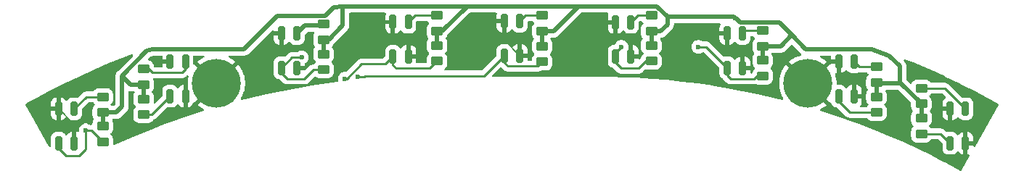
<source format=gbr>
%TF.GenerationSoftware,KiCad,Pcbnew,9.0.1*%
%TF.CreationDate,2025-05-09T11:22:53+02:00*%
%TF.ProjectId,FL-Zetor-Senzor,464c2d5a-6574-46f7-922d-53656e7a6f72,rev?*%
%TF.SameCoordinates,Original*%
%TF.FileFunction,Copper,L2,Bot*%
%TF.FilePolarity,Positive*%
%FSLAX46Y46*%
G04 Gerber Fmt 4.6, Leading zero omitted, Abs format (unit mm)*
G04 Created by KiCad (PCBNEW 9.0.1) date 2025-05-09 11:22:53*
%MOMM*%
%LPD*%
G01*
G04 APERTURE LIST*
G04 Aperture macros list*
%AMRoundRect*
0 Rectangle with rounded corners*
0 $1 Rounding radius*
0 $2 $3 $4 $5 $6 $7 $8 $9 X,Y pos of 4 corners*
0 Add a 4 corners polygon primitive as box body*
4,1,4,$2,$3,$4,$5,$6,$7,$8,$9,$2,$3,0*
0 Add four circle primitives for the rounded corners*
1,1,$1+$1,$2,$3*
1,1,$1+$1,$4,$5*
1,1,$1+$1,$6,$7*
1,1,$1+$1,$8,$9*
0 Add four rect primitives between the rounded corners*
20,1,$1+$1,$2,$3,$4,$5,0*
20,1,$1+$1,$4,$5,$6,$7,0*
20,1,$1+$1,$6,$7,$8,$9,0*
20,1,$1+$1,$8,$9,$2,$3,0*%
G04 Aperture macros list end*
%TA.AperFunction,ComponentPad*%
%ADD10C,5.700000*%
%TD*%
%TA.AperFunction,SMDPad,CuDef*%
%ADD11RoundRect,0.250000X0.450000X-0.262500X0.450000X0.262500X-0.450000X0.262500X-0.450000X-0.262500X0*%
%TD*%
%TA.AperFunction,SMDPad,CuDef*%
%ADD12RoundRect,0.197500X0.197500X0.632500X-0.197500X0.632500X-0.197500X-0.632500X0.197500X-0.632500X0*%
%TD*%
%TA.AperFunction,ViaPad*%
%ADD13C,0.600000*%
%TD*%
%TA.AperFunction,Conductor*%
%ADD14C,0.200000*%
%TD*%
%TA.AperFunction,Conductor*%
%ADD15C,0.250000*%
%TD*%
%TA.AperFunction,Conductor*%
%ADD16C,0.500000*%
%TD*%
G04 APERTURE END LIST*
D10*
%TO.P,H1,1,1*%
%TO.N,GND*%
X173250000Y-101750000D03*
%TD*%
%TO.P,H2,1,1*%
%TO.N,GND*%
X104250000Y-101750000D03*
%TD*%
D11*
%TO.P,R2,1*%
%TO.N,Sen1Out*%
X91000016Y-108575000D03*
%TO.P,R2,2*%
%TO.N,VCC*%
X91000016Y-106750000D03*
%TD*%
%TO.P,R6,1*%
%TO.N,Sen3Out*%
X116750016Y-100162500D03*
%TO.P,R6,2*%
%TO.N,VCC*%
X116750016Y-98337500D03*
%TD*%
%TO.P,R1,1*%
%TO.N,VCC*%
X91000000Y-105162500D03*
%TO.P,R1,2*%
%TO.N,Net-(U1-A)*%
X91000000Y-103337500D03*
%TD*%
%TO.P,R8,1*%
%TO.N,Sen4Out*%
X130000016Y-99162500D03*
%TO.P,R8,2*%
%TO.N,VCC*%
X130000016Y-97337500D03*
%TD*%
D12*
%TO.P,U4,1,A*%
%TO.N,Net-(U4-A)*%
X126650000Y-94600000D03*
%TO.P,U4,2,K*%
%TO.N,GND*%
X126650000Y-98600000D03*
%TO.P,U4,3*%
%TO.N,Sen4Out*%
X124850000Y-98600000D03*
%TO.P,U4,4*%
%TO.N,GND*%
X124850000Y-94600000D03*
%TD*%
%TO.P,U2,1,A*%
%TO.N,Net-(U2-A)*%
X100650000Y-99250000D03*
%TO.P,U2,2,K*%
%TO.N,GND*%
X100650000Y-103250000D03*
%TO.P,U2,3*%
%TO.N,Sen2Out*%
X98850000Y-103250000D03*
%TO.P,U2,4*%
%TO.N,GND*%
X98850000Y-99250000D03*
%TD*%
D11*
%TO.P,R5,1*%
%TO.N,VCC*%
X116750000Y-96662500D03*
%TO.P,R5,2*%
%TO.N,Net-(U3-A)*%
X116750000Y-94837500D03*
%TD*%
%TO.P,R17,1*%
%TO.N,VCC*%
X186500000Y-104162500D03*
%TO.P,R17,2*%
%TO.N,Net-(U9-A)*%
X186500000Y-102337500D03*
%TD*%
D12*
%TO.P,U3,1,A*%
%TO.N,Net-(U3-A)*%
X113650000Y-95950000D03*
%TO.P,U3,2,K*%
%TO.N,GND*%
X113650000Y-99950000D03*
%TO.P,U3,3*%
%TO.N,Sen3Out*%
X111850000Y-99950000D03*
%TO.P,U3,4*%
%TO.N,GND*%
X111850000Y-95950000D03*
%TD*%
D11*
%TO.P,R10,1*%
%TO.N,Sen5Out*%
X142250016Y-99250000D03*
%TO.P,R10,2*%
%TO.N,VCC*%
X142250016Y-97425000D03*
%TD*%
%TO.P,R12,1*%
%TO.N,Sen6Out*%
X155000016Y-99162500D03*
%TO.P,R12,2*%
%TO.N,VCC*%
X155000016Y-97337500D03*
%TD*%
D12*
%TO.P,U6,1,A*%
%TO.N,Net-(U6-A)*%
X152620016Y-94610000D03*
%TO.P,U6,2,K*%
%TO.N,GND*%
X152620016Y-98610000D03*
%TO.P,U6,3*%
%TO.N,Sen6Out*%
X150820016Y-98610000D03*
%TO.P,U6,4*%
%TO.N,GND*%
X150820016Y-94610000D03*
%TD*%
D11*
%TO.P,R9,1*%
%TO.N,VCC*%
X142250000Y-95662500D03*
%TO.P,R9,2*%
%TO.N,Net-(U5-A)*%
X142250000Y-93837500D03*
%TD*%
D12*
%TO.P,U7,1,A*%
%TO.N,Net-(U7-A)*%
X165650000Y-95950000D03*
%TO.P,U7,2,K*%
%TO.N,GND*%
X165650000Y-99950000D03*
%TO.P,U7,3*%
%TO.N,Sen7Out*%
X163850000Y-99950000D03*
%TO.P,U7,4*%
%TO.N,GND*%
X163850000Y-95950000D03*
%TD*%
D11*
%TO.P,R7,1*%
%TO.N,VCC*%
X130000016Y-95662500D03*
%TO.P,R7,2*%
%TO.N,Net-(U4-A)*%
X130000016Y-93837500D03*
%TD*%
%TO.P,R14,1*%
%TO.N,Sen7Out*%
X168000016Y-100912500D03*
%TO.P,R14,2*%
%TO.N,VCC*%
X168000016Y-99087500D03*
%TD*%
D12*
%TO.P,U1,1,A*%
%TO.N,Net-(U1-A)*%
X87650000Y-104750000D03*
%TO.P,U1,2,K*%
%TO.N,GND*%
X87650000Y-108750000D03*
%TO.P,U1,3*%
%TO.N,Sen1Out*%
X85850000Y-108750000D03*
%TO.P,U1,4*%
%TO.N,GND*%
X85850000Y-104750000D03*
%TD*%
%TO.P,U5,1,A*%
%TO.N,Net-(U5-A)*%
X139650000Y-94500000D03*
%TO.P,U5,2,K*%
%TO.N,GND*%
X139650000Y-98500000D03*
%TO.P,U5,3*%
%TO.N,Sen5Out*%
X137850000Y-98500000D03*
%TO.P,U5,4*%
%TO.N,GND*%
X137850000Y-94500000D03*
%TD*%
D11*
%TO.P,R18,1*%
%TO.N,Sen9Out*%
X186500000Y-107662500D03*
%TO.P,R18,2*%
%TO.N,VCC*%
X186500000Y-105837500D03*
%TD*%
%TO.P,R15,1*%
%TO.N,VCC*%
X181250000Y-101662500D03*
%TO.P,R15,2*%
%TO.N,Net-(U8-A)*%
X181250000Y-99837500D03*
%TD*%
%TO.P,R3,1*%
%TO.N,VCC*%
X95750000Y-101912500D03*
%TO.P,R3,2*%
%TO.N,Net-(U2-A)*%
X95750000Y-100087500D03*
%TD*%
%TO.P,R13,1*%
%TO.N,VCC*%
X168000016Y-97412500D03*
%TO.P,R13,2*%
%TO.N,Net-(U7-A)*%
X168000016Y-95587500D03*
%TD*%
%TO.P,R11,1*%
%TO.N,VCC*%
X155000000Y-95662500D03*
%TO.P,R11,2*%
%TO.N,Net-(U6-A)*%
X155000000Y-93837500D03*
%TD*%
%TO.P,R16,1*%
%TO.N,Sen8Out*%
X181250000Y-105162500D03*
%TO.P,R16,2*%
%TO.N,VCC*%
X181250000Y-103337500D03*
%TD*%
D12*
%TO.P,U8,1,A*%
%TO.N,Net-(U8-A)*%
X178650000Y-99250000D03*
%TO.P,U8,2,K*%
%TO.N,GND*%
X178650000Y-103250000D03*
%TO.P,U8,3*%
%TO.N,Sen8Out*%
X176850000Y-103250000D03*
%TO.P,U8,4*%
%TO.N,GND*%
X176850000Y-99250000D03*
%TD*%
%TO.P,U9,1,A*%
%TO.N,Net-(U9-A)*%
X191650000Y-104750000D03*
%TO.P,U9,2,K*%
%TO.N,GND*%
X191650000Y-108750000D03*
%TO.P,U9,3*%
%TO.N,Sen9Out*%
X189850000Y-108750000D03*
%TO.P,U9,4*%
%TO.N,GND*%
X189850000Y-104750000D03*
%TD*%
D11*
%TO.P,R4,1*%
%TO.N,Sen2Out*%
X95750016Y-105412500D03*
%TO.P,R4,2*%
%TO.N,VCC*%
X95750016Y-103587500D03*
%TD*%
D13*
%TO.N,GND*%
X150820016Y-94610000D03*
X139650000Y-98500000D03*
X87650000Y-108750000D03*
X100650000Y-103250000D03*
X98850000Y-99250000D03*
%TO.N,Sen1Out*%
X89000000Y-107250000D03*
%TO.N,Sen5Out*%
X120708627Y-101000000D03*
%TO.N,Sen4Out*%
X119246584Y-101218804D03*
%TO.N,Sen3Out*%
X114209745Y-98720669D03*
%TO.N,Sen2Out*%
X98850000Y-103250000D03*
%TO.N,VCC*%
X164750000Y-94124984D03*
%TO.N,Sen6Out*%
X151500000Y-97500000D03*
%TO.N,Sen7Out*%
X160500000Y-97500000D03*
%TO.N,Sen8Out*%
X176850000Y-103250000D03*
%TO.N,Sen9Out*%
X186500000Y-107662500D03*
%TD*%
D14*
%TO.N,GND*%
X139650000Y-98500000D02*
X139450000Y-98300000D01*
X137850000Y-96700000D02*
X139650000Y-98500000D01*
X137850000Y-94500000D02*
X137850000Y-96700000D01*
X87650000Y-106550000D02*
X85850000Y-104750000D01*
X87650000Y-108750000D02*
X87650000Y-106550000D01*
D15*
%TO.N,Sen1Out*%
X85850000Y-109350000D02*
X85850000Y-108750000D01*
X86750000Y-110250000D02*
X85850000Y-109350000D01*
X88250000Y-110250000D02*
X86750000Y-110250000D01*
X89000000Y-109500000D02*
X88250000Y-110250000D01*
X89000000Y-107250000D02*
X89000000Y-109500000D01*
X89000000Y-107250000D02*
X89675016Y-107250000D01*
X89675016Y-107250000D02*
X91000016Y-108575000D01*
%TO.N,Sen2Out*%
X96687500Y-105412500D02*
X95750016Y-105412500D01*
X98850000Y-103250000D02*
X96687500Y-105412500D01*
%TO.N,Sen3Out*%
X115587500Y-100162500D02*
X116750016Y-100162500D01*
X114500000Y-101250000D02*
X115587500Y-100162500D01*
X112500000Y-101250000D02*
X114500000Y-101250000D01*
X111850000Y-100600000D02*
X112500000Y-101250000D01*
X111850000Y-99950000D02*
X111850000Y-100600000D01*
%TO.N,Sen4Out*%
X123950000Y-99500000D02*
X124850000Y-98600000D01*
X119246584Y-101218804D02*
X119469235Y-101218804D01*
X121188039Y-99500000D02*
X123950000Y-99500000D01*
X119469235Y-101218804D02*
X121188039Y-99500000D01*
%TO.N,Sen5Out*%
X135475023Y-100874977D02*
X137850000Y-98500000D01*
X121624977Y-100874977D02*
X135475023Y-100874977D01*
X121499954Y-101000000D02*
X121624977Y-100874977D01*
X120708627Y-101000000D02*
X121499954Y-101000000D01*
X137850000Y-98500000D02*
X137850000Y-99350000D01*
X141750016Y-99750000D02*
X142250016Y-99250000D01*
X138250000Y-99750000D02*
X141750016Y-99750000D01*
X137850000Y-99350000D02*
X138250000Y-99750000D01*
%TO.N,Sen4Out*%
X124850000Y-99600000D02*
X125250000Y-100000000D01*
X129162516Y-100000000D02*
X130000016Y-99162500D01*
X124850000Y-98600000D02*
X124850000Y-99600000D01*
X125250000Y-100000000D02*
X129162516Y-100000000D01*
%TO.N,Sen3Out*%
X114209745Y-98720669D02*
X113079331Y-98720669D01*
X113079331Y-98720669D02*
X111850000Y-99950000D01*
D16*
%TO.N,VCC*%
X186500000Y-104162500D02*
X186500000Y-105837500D01*
X155000000Y-95662500D02*
X156087500Y-95662500D01*
X169916062Y-94624000D02*
X170000000Y-94707938D01*
X91000016Y-106750000D02*
X91000016Y-105162516D01*
X156873292Y-94000000D02*
X155623292Y-92750000D01*
X130000016Y-97337500D02*
X130000016Y-95662500D01*
X156873292Y-94876708D02*
X156873292Y-94000000D01*
X156087500Y-95662500D02*
X156873292Y-94876708D01*
X164750000Y-94124984D02*
X164625016Y-94000000D01*
X184000000Y-101662500D02*
X186500000Y-104162500D01*
X95750000Y-101912500D02*
X94285792Y-101912500D01*
X165374000Y-94624000D02*
X169916062Y-94624000D01*
X146500000Y-92750000D02*
X133500000Y-92750000D01*
X184000000Y-99750000D02*
X184000000Y-101662500D01*
X92587500Y-105162500D02*
X91000000Y-105162500D01*
X155623292Y-92750000D02*
X146500000Y-92750000D01*
X93250000Y-104500000D02*
X92587500Y-105162500D01*
X96775817Y-97750000D02*
X96140113Y-97986595D01*
X164625016Y-94000000D02*
X156873292Y-94000000D01*
X116750000Y-96662500D02*
X116750000Y-98337484D01*
X117957736Y-92874000D02*
X116957736Y-93874000D01*
X107500000Y-97750000D02*
X96775817Y-97750000D01*
X142250000Y-97424984D02*
X142250016Y-97425000D01*
X173000000Y-97750000D02*
X180724181Y-97750000D01*
X118996901Y-92750000D02*
X117957736Y-92874000D01*
X130587500Y-95662500D02*
X133500000Y-92750000D01*
X93250000Y-100876708D02*
X93250000Y-104500000D01*
X155000016Y-97337500D02*
X155000016Y-95662516D01*
X164874984Y-94124984D02*
X165374000Y-94624000D01*
X181250000Y-103337500D02*
X181250000Y-101662500D01*
X181250000Y-101662500D02*
X181337500Y-101750000D01*
X170000000Y-94707938D02*
X170000000Y-94750000D01*
X155000016Y-95662516D02*
X155000000Y-95662500D01*
X183912500Y-101750000D02*
X184000000Y-101662500D01*
X180724181Y-97750000D02*
X182756317Y-98506317D01*
X116957736Y-93874000D02*
X111376000Y-93874000D01*
X118996901Y-95003099D02*
X118996901Y-92750000D01*
X142250000Y-95662500D02*
X143587500Y-95662500D01*
X182756317Y-98506317D02*
X184000000Y-99750000D01*
X116750000Y-98337484D02*
X116750016Y-98337500D01*
X95750016Y-101912516D02*
X95750000Y-101912500D01*
X96140113Y-97986595D02*
X93250000Y-100876708D01*
X130000016Y-95662500D02*
X130587500Y-95662500D01*
X94285792Y-101912500D02*
X93250000Y-100876708D01*
X143587500Y-95662500D02*
X146500000Y-92750000D01*
X133500000Y-92750000D02*
X118996901Y-92750000D01*
X181337500Y-101750000D02*
X183912500Y-101750000D01*
X111376000Y-93874000D02*
X107500000Y-97750000D01*
X170087500Y-97412500D02*
X171375000Y-96125000D01*
X116750000Y-96662500D02*
X117337500Y-96662500D01*
X91000016Y-105162516D02*
X91000000Y-105162500D01*
X170000000Y-94750000D02*
X171375000Y-96125000D01*
X142250000Y-95662500D02*
X142250000Y-97424984D01*
X168000016Y-99087500D02*
X168000016Y-97412500D01*
X164750000Y-94124984D02*
X164874984Y-94124984D01*
X117337500Y-96662500D02*
X118996901Y-95003099D01*
X171375000Y-96125000D02*
X173000000Y-97750000D01*
X95750016Y-103587500D02*
X95750016Y-101912516D01*
X168000016Y-97412500D02*
X170087500Y-97412500D01*
%TO.N,Net-(U3-A)*%
X113650000Y-95950000D02*
X113650000Y-95850000D01*
X116587500Y-95000000D02*
X116750000Y-94837500D01*
X114600000Y-95000000D02*
X116587500Y-95000000D01*
X113650000Y-95950000D02*
X114600000Y-95000000D01*
D15*
%TO.N,Sen6Out*%
X153500000Y-100000000D02*
X154337500Y-99162500D01*
X150820016Y-99320016D02*
X151500000Y-100000000D01*
X150820016Y-98179984D02*
X150820016Y-99320016D01*
X154337500Y-99162500D02*
X155000016Y-99162500D01*
X151500000Y-100000000D02*
X153500000Y-100000000D01*
X151500000Y-97500000D02*
X150820016Y-98179984D01*
%TO.N,Sen7Out*%
X164250000Y-101250000D02*
X167000000Y-101250000D01*
X163850000Y-100850000D02*
X164250000Y-101250000D01*
X167337500Y-100912500D02*
X168000016Y-100912500D01*
X163850000Y-99950000D02*
X161400000Y-97500000D01*
X167000000Y-101250000D02*
X167337500Y-100912500D01*
X161400000Y-97500000D02*
X160500000Y-97500000D01*
X163850000Y-99950000D02*
X163850000Y-100850000D01*
%TO.N,Sen8Out*%
X178162500Y-105162500D02*
X181250000Y-105162500D01*
X176850000Y-103250000D02*
X176850000Y-103850000D01*
X176850000Y-103850000D02*
X178162500Y-105162500D01*
%TO.N,Sen9Out*%
X188762500Y-107662500D02*
X189850000Y-108750000D01*
X186500000Y-107662500D02*
X188762500Y-107662500D01*
%TO.N,Net-(U8-A)*%
X179237500Y-99837500D02*
X181250000Y-99837500D01*
X178650000Y-99250000D02*
X179237500Y-99837500D01*
%TO.N,Net-(U6-A)*%
X152620016Y-94610000D02*
X153392516Y-93837500D01*
X153392516Y-93837500D02*
X155000000Y-93837500D01*
%TO.N,Net-(U7-A)*%
X165650000Y-95950000D02*
X166012500Y-95587500D01*
X166012500Y-95587500D02*
X168000016Y-95587500D01*
%TO.N,Net-(U5-A)*%
X140312500Y-93837500D02*
X142250000Y-93837500D01*
X139650000Y-94500000D02*
X140312500Y-93837500D01*
%TO.N,Net-(U4-A)*%
X126650000Y-94600000D02*
X127412500Y-93837500D01*
X127412500Y-93837500D02*
X130000016Y-93837500D01*
%TO.N,Net-(U9-A)*%
X186500000Y-102337500D02*
X189237500Y-102337500D01*
X189237500Y-102337500D02*
X191650000Y-104750000D01*
%TO.N,Net-(U1-A)*%
X87650000Y-104750000D02*
X89062500Y-103337500D01*
X89062500Y-103337500D02*
X91000000Y-103337500D01*
%TO.N,Net-(U2-A)*%
X100250000Y-100500000D02*
X100650000Y-100100000D01*
X96337500Y-100087500D02*
X96750000Y-100500000D01*
X96750000Y-100500000D02*
X100250000Y-100500000D01*
X95750000Y-100087500D02*
X96337500Y-100087500D01*
X100650000Y-100100000D02*
X100650000Y-99250000D01*
%TD*%
%TA.AperFunction,Conductor*%
%TO.N,GND*%
G36*
X184597358Y-98949070D02*
G01*
X185768518Y-99424995D01*
X185770629Y-99425877D01*
X187514422Y-100175051D01*
X187516574Y-100176002D01*
X189208064Y-100942712D01*
X189245053Y-100959478D01*
X189247266Y-100960507D01*
X190948534Y-101772617D01*
X190959907Y-101778046D01*
X190962104Y-101779121D01*
X191403189Y-102000500D01*
X192658223Y-102630395D01*
X192660406Y-102631518D01*
X194339296Y-103516171D01*
X194341456Y-103517336D01*
X195455915Y-104133060D01*
X195505075Y-104182710D01*
X195519589Y-104251055D01*
X195503888Y-104302633D01*
X192776938Y-109125029D01*
X192726804Y-109173696D01*
X192658318Y-109187532D01*
X192593224Y-109162146D01*
X192552188Y-109105597D01*
X192545000Y-109063993D01*
X192545000Y-109000000D01*
X191900000Y-109000000D01*
X191900000Y-110080000D01*
X191903873Y-110080000D01*
X191974147Y-110073614D01*
X191998545Y-110066011D01*
X192068406Y-110064859D01*
X192127799Y-110101658D01*
X192157868Y-110164727D01*
X192149067Y-110234040D01*
X192143376Y-110245432D01*
X191199443Y-111914704D01*
X191149309Y-111963371D01*
X191080823Y-111977207D01*
X191030468Y-111961605D01*
X190794566Y-111828205D01*
X189217713Y-110978884D01*
X188992459Y-110863476D01*
X187876188Y-110291558D01*
X187623654Y-110162173D01*
X186013199Y-109378486D01*
X184386933Y-108628106D01*
X182745522Y-107911342D01*
X181089780Y-107228548D01*
X179420277Y-106579959D01*
X177737765Y-105965869D01*
X176043028Y-105386564D01*
X174763186Y-104978304D01*
X174705299Y-104939177D01*
X174677756Y-104874965D01*
X174689300Y-104806056D01*
X174736267Y-104754327D01*
X174742417Y-104750811D01*
X174974309Y-104626862D01*
X174974327Y-104626851D01*
X175248004Y-104443986D01*
X175436081Y-104289635D01*
X175436082Y-104289634D01*
X174190698Y-103044251D01*
X174292330Y-102970412D01*
X174470412Y-102792330D01*
X174544251Y-102690698D01*
X175789633Y-103936081D01*
X175839950Y-103933610D01*
X175907875Y-103949982D01*
X175956166Y-104000477D01*
X175964420Y-104020570D01*
X176011317Y-104171068D01*
X176011319Y-104171073D01*
X176099007Y-104316128D01*
X176099010Y-104316132D01*
X176218867Y-104435989D01*
X176218871Y-104435992D01*
X176357317Y-104519685D01*
X176363928Y-104523681D01*
X176525758Y-104574110D01*
X176596079Y-104580500D01*
X176644546Y-104580499D01*
X176711584Y-104600182D01*
X176732228Y-104616818D01*
X177673516Y-105558106D01*
X177673545Y-105558137D01*
X177763763Y-105648355D01*
X177763767Y-105648358D01*
X177866207Y-105716807D01*
X177866213Y-105716810D01*
X177866214Y-105716811D01*
X177980048Y-105763963D01*
X178040471Y-105775981D01*
X178100893Y-105788000D01*
X178100894Y-105788000D01*
X180072912Y-105788000D01*
X180139951Y-105807685D01*
X180178449Y-105846901D01*
X180207288Y-105893656D01*
X180331344Y-106017712D01*
X180480666Y-106109814D01*
X180647203Y-106164999D01*
X180749991Y-106175500D01*
X181750008Y-106175499D01*
X181750016Y-106175498D01*
X181750019Y-106175498D01*
X181821862Y-106168159D01*
X181852797Y-106164999D01*
X182019334Y-106109814D01*
X182168656Y-106017712D01*
X182292712Y-105893656D01*
X182384814Y-105744334D01*
X182439999Y-105577797D01*
X182450500Y-105475009D01*
X182450499Y-104849992D01*
X182439999Y-104747203D01*
X182384814Y-104580666D01*
X182292712Y-104431344D01*
X182199049Y-104337681D01*
X182165564Y-104276358D01*
X182170548Y-104206666D01*
X182199049Y-104162319D01*
X182228308Y-104133060D01*
X182292712Y-104068656D01*
X182384814Y-103919334D01*
X182439999Y-103752797D01*
X182450500Y-103650009D01*
X182450499Y-103024992D01*
X182447876Y-102999319D01*
X182439999Y-102922203D01*
X182439998Y-102922200D01*
X182411988Y-102837673D01*
X182384814Y-102755666D01*
X182344061Y-102689595D01*
X182325622Y-102622204D01*
X182346545Y-102555541D01*
X182400187Y-102510771D01*
X182449601Y-102500500D01*
X183725270Y-102500500D01*
X183792309Y-102520185D01*
X183812951Y-102536819D01*
X185263181Y-103987049D01*
X185296666Y-104048372D01*
X185299500Y-104074730D01*
X185299500Y-104475001D01*
X185299501Y-104475019D01*
X185310000Y-104577796D01*
X185310001Y-104577799D01*
X185365185Y-104744331D01*
X185365187Y-104744336D01*
X185393632Y-104790452D01*
X185445759Y-104874965D01*
X185457289Y-104893657D01*
X185475951Y-104912319D01*
X185509436Y-104973642D01*
X185504452Y-105043334D01*
X185475951Y-105087681D01*
X185457289Y-105106342D01*
X185365187Y-105255663D01*
X185365186Y-105255666D01*
X185310001Y-105422203D01*
X185310001Y-105422204D01*
X185310000Y-105422204D01*
X185299500Y-105524983D01*
X185299500Y-106150001D01*
X185299501Y-106150019D01*
X185310000Y-106252796D01*
X185310001Y-106252799D01*
X185365185Y-106419331D01*
X185365187Y-106419336D01*
X185383792Y-106449500D01*
X185439984Y-106540602D01*
X185457289Y-106568657D01*
X185550951Y-106662319D01*
X185584436Y-106723642D01*
X185579452Y-106793334D01*
X185550951Y-106837681D01*
X185457289Y-106931342D01*
X185365187Y-107080663D01*
X185365186Y-107080666D01*
X185310001Y-107247203D01*
X185310001Y-107247204D01*
X185310000Y-107247204D01*
X185299500Y-107349983D01*
X185299500Y-107975001D01*
X185299501Y-107975019D01*
X185310000Y-108077796D01*
X185310001Y-108077799D01*
X185365185Y-108244331D01*
X185365187Y-108244336D01*
X185392119Y-108288000D01*
X185457288Y-108393656D01*
X185581344Y-108517712D01*
X185730666Y-108609814D01*
X185897203Y-108664999D01*
X185999991Y-108675500D01*
X187000008Y-108675499D01*
X187000016Y-108675498D01*
X187000019Y-108675498D01*
X187056302Y-108669748D01*
X187102797Y-108664999D01*
X187269334Y-108609814D01*
X187418656Y-108517712D01*
X187542712Y-108393656D01*
X187571549Y-108346902D01*
X187623497Y-108300179D01*
X187677088Y-108288000D01*
X188452048Y-108288000D01*
X188519087Y-108307685D01*
X188539729Y-108324319D01*
X188918181Y-108702771D01*
X188951666Y-108764094D01*
X188954500Y-108790452D01*
X188954500Y-109438928D01*
X188960888Y-109509235D01*
X188960890Y-109509242D01*
X189011316Y-109671065D01*
X189011319Y-109671073D01*
X189099007Y-109816128D01*
X189099010Y-109816132D01*
X189218867Y-109935989D01*
X189218871Y-109935992D01*
X189313060Y-109992931D01*
X189363928Y-110023681D01*
X189525758Y-110074110D01*
X189596079Y-110080500D01*
X190103920Y-110080499D01*
X190103927Y-110080499D01*
X190174235Y-110074111D01*
X190174236Y-110074110D01*
X190174242Y-110074110D01*
X190336072Y-110023681D01*
X190481132Y-109935990D01*
X190600990Y-109816132D01*
X190644177Y-109744691D01*
X190695702Y-109697506D01*
X190764561Y-109685667D01*
X190828890Y-109712935D01*
X190856409Y-109744694D01*
X190899404Y-109815819D01*
X191019177Y-109935592D01*
X191019181Y-109935595D01*
X191164133Y-110023221D01*
X191164137Y-110023223D01*
X191325848Y-110073613D01*
X191325846Y-110073613D01*
X191396127Y-110080000D01*
X191400000Y-110080000D01*
X191400000Y-108500000D01*
X191900000Y-108500000D01*
X192545000Y-108500000D01*
X192545000Y-108061126D01*
X192538613Y-107990847D01*
X192488223Y-107829137D01*
X192488221Y-107829133D01*
X192400595Y-107684181D01*
X192400592Y-107684177D01*
X192280822Y-107564407D01*
X192280818Y-107564404D01*
X192135866Y-107476778D01*
X192135862Y-107476776D01*
X191974151Y-107426386D01*
X191974153Y-107426386D01*
X191903873Y-107420000D01*
X191900000Y-107420000D01*
X191900000Y-108500000D01*
X191400000Y-108500000D01*
X191400000Y-107420000D01*
X191396127Y-107420000D01*
X191325847Y-107426386D01*
X191164137Y-107476776D01*
X191164133Y-107476778D01*
X191019181Y-107564404D01*
X191019177Y-107564407D01*
X190899407Y-107684177D01*
X190856409Y-107755306D01*
X190804881Y-107802493D01*
X190736022Y-107814332D01*
X190671693Y-107787063D01*
X190644175Y-107755305D01*
X190600992Y-107683871D01*
X190600989Y-107683867D01*
X190481132Y-107564010D01*
X190481128Y-107564007D01*
X190336073Y-107476319D01*
X190336068Y-107476317D01*
X190174246Y-107425891D01*
X190174238Y-107425889D01*
X190125003Y-107421415D01*
X190103921Y-107419500D01*
X190103918Y-107419500D01*
X189596071Y-107419500D01*
X189525764Y-107425888D01*
X189525761Y-107425889D01*
X189509429Y-107430978D01*
X189494952Y-107431215D01*
X189481389Y-107436275D01*
X189460718Y-107431778D01*
X189439568Y-107432126D01*
X189426000Y-107424225D01*
X189413116Y-107421423D01*
X189384862Y-107400272D01*
X189252698Y-107268108D01*
X189252678Y-107268086D01*
X189161233Y-107176641D01*
X189116256Y-107146589D01*
X189116255Y-107146588D01*
X189110009Y-107142415D01*
X189058786Y-107108188D01*
X188960673Y-107067549D01*
X188956359Y-107065762D01*
X188956353Y-107065759D01*
X188944953Y-107061037D01*
X188934927Y-107059043D01*
X188884529Y-107049018D01*
X188824110Y-107037000D01*
X188824107Y-107037000D01*
X188824106Y-107037000D01*
X187677088Y-107037000D01*
X187610049Y-107017315D01*
X187583124Y-106993912D01*
X187576709Y-106986462D01*
X187542712Y-106931344D01*
X187445778Y-106834410D01*
X187442766Y-106830912D01*
X187430180Y-106803126D01*
X187415564Y-106776358D01*
X187415903Y-106771606D01*
X187413938Y-106767266D01*
X187418372Y-106737090D01*
X187420548Y-106706666D01*
X187423523Y-106702036D01*
X187424096Y-106698139D01*
X187431444Y-106689711D01*
X187449049Y-106662319D01*
X187495787Y-106615581D01*
X187542712Y-106568656D01*
X187634814Y-106419334D01*
X187689999Y-106252797D01*
X187700500Y-106150009D01*
X187700499Y-105524992D01*
X187691702Y-105438873D01*
X188955000Y-105438873D01*
X188961386Y-105509152D01*
X189011776Y-105670862D01*
X189011778Y-105670866D01*
X189099404Y-105815818D01*
X189099407Y-105815822D01*
X189219177Y-105935592D01*
X189219181Y-105935595D01*
X189364133Y-106023221D01*
X189364137Y-106023223D01*
X189525848Y-106073613D01*
X189525846Y-106073613D01*
X189596127Y-106080000D01*
X189600000Y-106080000D01*
X189600000Y-105000000D01*
X188955000Y-105000000D01*
X188955000Y-105438873D01*
X187691702Y-105438873D01*
X187689999Y-105422203D01*
X187634814Y-105255666D01*
X187542712Y-105106344D01*
X187524049Y-105087681D01*
X187522461Y-105084774D01*
X187519639Y-105083038D01*
X187505831Y-105054317D01*
X187490564Y-105026358D01*
X187490800Y-105023053D01*
X187489365Y-105020068D01*
X187493275Y-104988449D01*
X187495548Y-104956666D01*
X187497654Y-104953034D01*
X187497940Y-104950726D01*
X187505122Y-104940159D01*
X187516432Y-104920664D01*
X187520049Y-104916318D01*
X187542712Y-104893656D01*
X187634814Y-104744334D01*
X187689999Y-104577797D01*
X187700500Y-104475009D01*
X187700499Y-103849992D01*
X187697058Y-103816311D01*
X187689999Y-103747203D01*
X187689998Y-103747200D01*
X187675755Y-103704219D01*
X187634814Y-103580666D01*
X187542712Y-103431344D01*
X187449049Y-103337681D01*
X187446954Y-103333845D01*
X187443269Y-103331493D01*
X187430354Y-103303445D01*
X187415564Y-103276358D01*
X187415875Y-103271998D01*
X187414047Y-103268027D01*
X187418346Y-103237451D01*
X187420548Y-103206666D01*
X187423339Y-103201945D01*
X187423776Y-103198838D01*
X187433389Y-103184946D01*
X187442766Y-103169088D01*
X187445778Y-103165589D01*
X187542712Y-103068656D01*
X187576709Y-103013537D01*
X187583124Y-103006088D01*
X187604534Y-102992234D01*
X187623497Y-102975179D01*
X187634898Y-102972587D01*
X187641785Y-102968132D01*
X187654682Y-102968091D01*
X187677088Y-102963000D01*
X188927048Y-102963000D01*
X188994087Y-102982685D01*
X189014729Y-102999319D01*
X189332025Y-103316615D01*
X189365510Y-103377938D01*
X189360526Y-103447630D01*
X189318654Y-103503563D01*
X189308495Y-103510412D01*
X189219180Y-103564405D01*
X189219177Y-103564407D01*
X189099407Y-103684177D01*
X189099404Y-103684181D01*
X189011778Y-103829133D01*
X189011776Y-103829137D01*
X188961386Y-103990847D01*
X188955000Y-104061126D01*
X188955000Y-104500000D01*
X189726000Y-104500000D01*
X189793039Y-104519685D01*
X189838794Y-104572489D01*
X189850000Y-104624000D01*
X189850000Y-104750000D01*
X189976000Y-104750000D01*
X190043039Y-104769685D01*
X190088794Y-104822489D01*
X190100000Y-104874000D01*
X190100000Y-106080000D01*
X190103873Y-106080000D01*
X190174152Y-106073613D01*
X190335862Y-106023223D01*
X190335866Y-106023221D01*
X190480818Y-105935595D01*
X190480822Y-105935592D01*
X190600593Y-105815821D01*
X190643589Y-105744695D01*
X190695116Y-105697506D01*
X190763975Y-105685667D01*
X190828304Y-105712934D01*
X190855824Y-105744693D01*
X190899010Y-105816132D01*
X191018867Y-105935989D01*
X191018871Y-105935992D01*
X191155926Y-106018844D01*
X191163928Y-106023681D01*
X191325758Y-106074110D01*
X191396079Y-106080500D01*
X191903920Y-106080499D01*
X191903927Y-106080499D01*
X191974235Y-106074111D01*
X191974236Y-106074110D01*
X191974242Y-106074110D01*
X192136072Y-106023681D01*
X192281132Y-105935990D01*
X192400990Y-105816132D01*
X192488681Y-105671072D01*
X192539110Y-105509242D01*
X192545500Y-105438921D01*
X192545499Y-104061080D01*
X192545499Y-104061079D01*
X192545499Y-104061071D01*
X192539111Y-103990764D01*
X192539110Y-103990761D01*
X192539110Y-103990758D01*
X192488681Y-103828928D01*
X192479857Y-103814332D01*
X192400992Y-103683871D01*
X192400989Y-103683867D01*
X192281132Y-103564010D01*
X192281128Y-103564007D01*
X192136073Y-103476319D01*
X192136068Y-103476317D01*
X191974246Y-103425891D01*
X191974238Y-103425889D01*
X191925003Y-103421415D01*
X191903921Y-103419500D01*
X191903918Y-103419500D01*
X191396071Y-103419500D01*
X191325764Y-103425888D01*
X191325761Y-103425889D01*
X191309429Y-103430978D01*
X191239568Y-103432126D01*
X191184862Y-103400272D01*
X189731214Y-101946624D01*
X189723360Y-101938770D01*
X189723358Y-101938767D01*
X189636233Y-101851642D01*
X189565399Y-101804312D01*
X189559384Y-101800292D01*
X189559382Y-101800291D01*
X189533788Y-101783189D01*
X189533786Y-101783188D01*
X189508274Y-101772621D01*
X189453292Y-101749847D01*
X189419952Y-101736037D01*
X189359529Y-101724018D01*
X189354806Y-101723078D01*
X189354804Y-101723078D01*
X189299110Y-101712000D01*
X189299107Y-101712000D01*
X189299106Y-101712000D01*
X187677088Y-101712000D01*
X187610049Y-101692315D01*
X187571549Y-101653097D01*
X187542712Y-101606344D01*
X187418656Y-101482288D01*
X187269334Y-101390186D01*
X187102797Y-101335001D01*
X187102795Y-101335000D01*
X187000010Y-101324500D01*
X185999998Y-101324500D01*
X185999980Y-101324501D01*
X185897203Y-101335000D01*
X185897200Y-101335001D01*
X185730668Y-101390185D01*
X185730663Y-101390187D01*
X185581342Y-101482289D01*
X185457288Y-101606343D01*
X185457285Y-101606347D01*
X185367150Y-101752479D01*
X185315202Y-101799204D01*
X185246240Y-101810425D01*
X185182158Y-101782582D01*
X185173931Y-101775063D01*
X184786819Y-101387951D01*
X184753334Y-101326628D01*
X184750500Y-101300270D01*
X184750500Y-99676079D01*
X184721659Y-99531092D01*
X184721658Y-99531091D01*
X184721658Y-99531087D01*
X184709939Y-99502795D01*
X184665087Y-99394511D01*
X184665080Y-99394498D01*
X184582952Y-99271585D01*
X184535009Y-99223642D01*
X184478416Y-99167049D01*
X184462995Y-99151628D01*
X184429511Y-99090306D01*
X184434495Y-99020614D01*
X184476367Y-98964681D01*
X184541831Y-98940264D01*
X184597358Y-98949070D01*
G37*
%TD.AperFunction*%
%TA.AperFunction,Conductor*%
G36*
X94480021Y-98408343D02*
G01*
X94514068Y-98469356D01*
X94509724Y-98539091D01*
X94480830Y-98584508D01*
X92771584Y-100293756D01*
X92667048Y-100398291D01*
X92652987Y-100419336D01*
X92618028Y-100471658D01*
X92584914Y-100521215D01*
X92584913Y-100521217D01*
X92528343Y-100657790D01*
X92528340Y-100657800D01*
X92499500Y-100802787D01*
X92499500Y-104137770D01*
X92479815Y-104204809D01*
X92463181Y-104225451D01*
X92312951Y-104375681D01*
X92286023Y-104390384D01*
X92260205Y-104406977D01*
X92254004Y-104407868D01*
X92251628Y-104409166D01*
X92225270Y-104412000D01*
X92074730Y-104412000D01*
X92007691Y-104392315D01*
X91987049Y-104375681D01*
X91949049Y-104337681D01*
X91915564Y-104276358D01*
X91920548Y-104206666D01*
X91949049Y-104162319D01*
X91978308Y-104133060D01*
X92042712Y-104068656D01*
X92134814Y-103919334D01*
X92189999Y-103752797D01*
X92200500Y-103650009D01*
X92200499Y-103024992D01*
X92197876Y-102999319D01*
X92189999Y-102922203D01*
X92189998Y-102922200D01*
X92161988Y-102837673D01*
X92134814Y-102755666D01*
X92042712Y-102606344D01*
X91918656Y-102482288D01*
X91805218Y-102412319D01*
X91769336Y-102390187D01*
X91769331Y-102390185D01*
X91767862Y-102389698D01*
X91602797Y-102335001D01*
X91602795Y-102335000D01*
X91500010Y-102324500D01*
X90499998Y-102324500D01*
X90499980Y-102324501D01*
X90397203Y-102335000D01*
X90397200Y-102335001D01*
X90230668Y-102390185D01*
X90230663Y-102390187D01*
X90081342Y-102482289D01*
X89957289Y-102606342D01*
X89957288Y-102606344D01*
X89930095Y-102650432D01*
X89928451Y-102653097D01*
X89876503Y-102699821D01*
X89822912Y-102712000D01*
X89130241Y-102712000D01*
X89130221Y-102711999D01*
X89124107Y-102711999D01*
X89000894Y-102711999D01*
X88900097Y-102732048D01*
X88900092Y-102732048D01*
X88880048Y-102736036D01*
X88880045Y-102736037D01*
X88859078Y-102744723D01*
X88859075Y-102744724D01*
X88766221Y-102783184D01*
X88766208Y-102783191D01*
X88663767Y-102851641D01*
X88663763Y-102851644D01*
X88115135Y-103400272D01*
X88053812Y-103433757D01*
X87990567Y-103430977D01*
X87974242Y-103425890D01*
X87974240Y-103425889D01*
X87974238Y-103425889D01*
X87925003Y-103421415D01*
X87903921Y-103419500D01*
X87903918Y-103419500D01*
X87396071Y-103419500D01*
X87325764Y-103425888D01*
X87325757Y-103425890D01*
X87163934Y-103476316D01*
X87163926Y-103476319D01*
X87018871Y-103564007D01*
X87018867Y-103564010D01*
X86899010Y-103683867D01*
X86899010Y-103683868D01*
X86855824Y-103755306D01*
X86804296Y-103802494D01*
X86735436Y-103814332D01*
X86671108Y-103787063D01*
X86643589Y-103755305D01*
X86600591Y-103684176D01*
X86480822Y-103564407D01*
X86480818Y-103564404D01*
X86335866Y-103476778D01*
X86335862Y-103476776D01*
X86174151Y-103426386D01*
X86174153Y-103426386D01*
X86103873Y-103420000D01*
X86100000Y-103420000D01*
X86100000Y-106080000D01*
X86103873Y-106080000D01*
X86174152Y-106073613D01*
X86335862Y-106023223D01*
X86335866Y-106023221D01*
X86480818Y-105935595D01*
X86480822Y-105935592D01*
X86600593Y-105815821D01*
X86643589Y-105744695D01*
X86695116Y-105697506D01*
X86763975Y-105685667D01*
X86828304Y-105712934D01*
X86855824Y-105744693D01*
X86899010Y-105816132D01*
X87018867Y-105935989D01*
X87018871Y-105935992D01*
X87155926Y-106018844D01*
X87163928Y-106023681D01*
X87325758Y-106074110D01*
X87396079Y-106080500D01*
X87903920Y-106080499D01*
X87903927Y-106080499D01*
X87974235Y-106074111D01*
X87974236Y-106074110D01*
X87974242Y-106074110D01*
X88136072Y-106023681D01*
X88281132Y-105935990D01*
X88400990Y-105816132D01*
X88488681Y-105671072D01*
X88539110Y-105509242D01*
X88545500Y-105438921D01*
X88545499Y-104790451D01*
X88565183Y-104723413D01*
X88581818Y-104702771D01*
X88741256Y-104543334D01*
X89101880Y-104182710D01*
X89285272Y-103999319D01*
X89346595Y-103965834D01*
X89372953Y-103963000D01*
X89822912Y-103963000D01*
X89889951Y-103982685D01*
X89916876Y-104006088D01*
X89923290Y-104013537D01*
X89957288Y-104068656D01*
X90054221Y-104165589D01*
X90057234Y-104169088D01*
X90069819Y-104196873D01*
X90084436Y-104223642D01*
X90084096Y-104228393D01*
X90086062Y-104232734D01*
X90081627Y-104262909D01*
X90079452Y-104293334D01*
X90076476Y-104297963D01*
X90075904Y-104301861D01*
X90068555Y-104310288D01*
X90050951Y-104337681D01*
X89957289Y-104431342D01*
X89865187Y-104580663D01*
X89865185Y-104580668D01*
X89849882Y-104626851D01*
X89810001Y-104747203D01*
X89810001Y-104747204D01*
X89810000Y-104747204D01*
X89799500Y-104849983D01*
X89799500Y-105475001D01*
X89799501Y-105475019D01*
X89810000Y-105577796D01*
X89810001Y-105577799D01*
X89865185Y-105744331D01*
X89865189Y-105744340D01*
X89955752Y-105891166D01*
X89974192Y-105958558D01*
X89955752Y-106021358D01*
X89865206Y-106168159D01*
X89865201Y-106168168D01*
X89837365Y-106252170D01*
X89810017Y-106334703D01*
X89810017Y-106334704D01*
X89810016Y-106334704D01*
X89799516Y-106437483D01*
X89799516Y-106500500D01*
X89796965Y-106509185D01*
X89798254Y-106518147D01*
X89787275Y-106542187D01*
X89779831Y-106567539D01*
X89772990Y-106573466D01*
X89769229Y-106581703D01*
X89746994Y-106595992D01*
X89727027Y-106613294D01*
X89716512Y-106615581D01*
X89710451Y-106619477D01*
X89675516Y-106624500D01*
X89542350Y-106624500D01*
X89475311Y-106604815D01*
X89473459Y-106603602D01*
X89379184Y-106540609D01*
X89379172Y-106540602D01*
X89233501Y-106480264D01*
X89233489Y-106480261D01*
X89078845Y-106449500D01*
X89078842Y-106449500D01*
X88921158Y-106449500D01*
X88921155Y-106449500D01*
X88766510Y-106480261D01*
X88766498Y-106480264D01*
X88620827Y-106540602D01*
X88620814Y-106540609D01*
X88489711Y-106628210D01*
X88489707Y-106628213D01*
X88378213Y-106739707D01*
X88378210Y-106739711D01*
X88290609Y-106870814D01*
X88290602Y-106870827D01*
X88230264Y-107016498D01*
X88230261Y-107016510D01*
X88199500Y-107171153D01*
X88199500Y-107328086D01*
X88179815Y-107395125D01*
X88127011Y-107440880D01*
X88057853Y-107450824D01*
X88038611Y-107446472D01*
X87974149Y-107426386D01*
X87903873Y-107420000D01*
X87900000Y-107420000D01*
X87900000Y-108626000D01*
X87880315Y-108693039D01*
X87827511Y-108738794D01*
X87776000Y-108750000D01*
X87524000Y-108750000D01*
X87456961Y-108730315D01*
X87411206Y-108677511D01*
X87400000Y-108626000D01*
X87400000Y-107420000D01*
X87396127Y-107420000D01*
X87325847Y-107426386D01*
X87164137Y-107476776D01*
X87164133Y-107476778D01*
X87019181Y-107564404D01*
X87019177Y-107564407D01*
X86899407Y-107684177D01*
X86856409Y-107755306D01*
X86804881Y-107802493D01*
X86736022Y-107814332D01*
X86671693Y-107787063D01*
X86644175Y-107755305D01*
X86600992Y-107683871D01*
X86600989Y-107683867D01*
X86481132Y-107564010D01*
X86481128Y-107564007D01*
X86336073Y-107476319D01*
X86336068Y-107476317D01*
X86174246Y-107425891D01*
X86174238Y-107425889D01*
X86125003Y-107421415D01*
X86103921Y-107419500D01*
X86103918Y-107419500D01*
X85596071Y-107419500D01*
X85525764Y-107425888D01*
X85525757Y-107425890D01*
X85363934Y-107476316D01*
X85363926Y-107476319D01*
X85218871Y-107564007D01*
X85218867Y-107564010D01*
X85099010Y-107683867D01*
X85099007Y-107683871D01*
X85011319Y-107828926D01*
X85011317Y-107828931D01*
X84960891Y-107990753D01*
X84960889Y-107990761D01*
X84954500Y-108061081D01*
X84954500Y-109063114D01*
X84934815Y-109130153D01*
X84882011Y-109175908D01*
X84812853Y-109185852D01*
X84749297Y-109156827D01*
X84722563Y-109124152D01*
X82638625Y-105438873D01*
X84955000Y-105438873D01*
X84961386Y-105509152D01*
X85011776Y-105670862D01*
X85011778Y-105670866D01*
X85099404Y-105815818D01*
X85099407Y-105815822D01*
X85219177Y-105935592D01*
X85219181Y-105935595D01*
X85364133Y-106023221D01*
X85364137Y-106023223D01*
X85525848Y-106073613D01*
X85525846Y-106073613D01*
X85596127Y-106080000D01*
X85600000Y-106080000D01*
X85600000Y-105000000D01*
X84955000Y-105000000D01*
X84955000Y-105438873D01*
X82638625Y-105438873D01*
X81996108Y-104302632D01*
X81980245Y-104234588D01*
X82003687Y-104168769D01*
X82044080Y-104133061D01*
X82174282Y-104061126D01*
X84955000Y-104061126D01*
X84955000Y-104500000D01*
X85600000Y-104500000D01*
X85600000Y-103420000D01*
X85596127Y-103420000D01*
X85525847Y-103426386D01*
X85364137Y-103476776D01*
X85364133Y-103476778D01*
X85219181Y-103564404D01*
X85219177Y-103564407D01*
X85099407Y-103684177D01*
X85099404Y-103684181D01*
X85011778Y-103829133D01*
X85011776Y-103829137D01*
X84961386Y-103990847D01*
X84955000Y-104061126D01*
X82174282Y-104061126D01*
X83158592Y-103517308D01*
X83160650Y-103516198D01*
X84839709Y-102631456D01*
X84841661Y-102630452D01*
X86537933Y-101779102D01*
X86540044Y-101778068D01*
X88252771Y-100960490D01*
X88254894Y-100959502D01*
X89983463Y-100175985D01*
X89985541Y-100175068D01*
X91729405Y-99425863D01*
X91731444Y-99425011D01*
X93489699Y-98710509D01*
X93491881Y-98709647D01*
X94348751Y-98381047D01*
X94418392Y-98375424D01*
X94480021Y-98408343D01*
G37*
%TD.AperFunction*%
%TA.AperFunction,Conductor*%
G36*
X100912172Y-100824930D02*
G01*
X100968105Y-100866802D01*
X100992522Y-100932266D01*
X100990455Y-100965303D01*
X100932261Y-101257860D01*
X100900000Y-101585428D01*
X100900000Y-104580000D01*
X100903873Y-104580000D01*
X100974152Y-104573613D01*
X101135862Y-104523223D01*
X101135866Y-104523221D01*
X101280818Y-104435595D01*
X101280822Y-104435592D01*
X101400592Y-104315822D01*
X101400595Y-104315818D01*
X101488221Y-104170866D01*
X101535062Y-104020545D01*
X101573800Y-103962397D01*
X101637825Y-103934422D01*
X101659534Y-103933583D01*
X101710365Y-103936081D01*
X102955748Y-102690698D01*
X103029588Y-102792330D01*
X103207670Y-102970412D01*
X103309300Y-103044251D01*
X102063917Y-104289633D01*
X102063917Y-104289634D01*
X102252000Y-104443989D01*
X102252004Y-104443992D01*
X102525672Y-104626851D01*
X102525690Y-104626862D01*
X102757573Y-104750806D01*
X102807417Y-104799768D01*
X102822878Y-104867906D01*
X102799046Y-104933585D01*
X102743489Y-104975954D01*
X102736804Y-104978299D01*
X101456968Y-105386557D01*
X99762230Y-105965862D01*
X98079702Y-106579958D01*
X96410231Y-107228534D01*
X94754472Y-107911333D01*
X93113042Y-108628106D01*
X92376466Y-108967971D01*
X92307347Y-108978185D01*
X92243679Y-108949408D01*
X92205675Y-108890778D01*
X92200515Y-108855385D01*
X92200515Y-108262492D01*
X92198660Y-108244336D01*
X92190015Y-108159703D01*
X92190014Y-108159700D01*
X92165285Y-108085074D01*
X92134830Y-107993166D01*
X92042728Y-107843844D01*
X91949065Y-107750181D01*
X91915580Y-107688858D01*
X91920564Y-107619166D01*
X91949065Y-107574819D01*
X91959877Y-107564007D01*
X92042728Y-107481156D01*
X92134830Y-107331834D01*
X92190015Y-107165297D01*
X92200516Y-107062509D01*
X92200515Y-106437492D01*
X92198660Y-106419336D01*
X92190015Y-106334703D01*
X92190014Y-106334700D01*
X92167816Y-106267712D01*
X92134830Y-106168166D01*
X92094077Y-106102095D01*
X92075638Y-106034704D01*
X92096561Y-105968041D01*
X92150203Y-105923271D01*
X92199617Y-105913000D01*
X92661420Y-105913000D01*
X92771182Y-105891166D01*
X92806413Y-105884158D01*
X92942481Y-105827797D01*
X92942993Y-105827585D01*
X92942993Y-105827584D01*
X92942995Y-105827584D01*
X93002237Y-105788000D01*
X93002237Y-105787999D01*
X93002239Y-105787999D01*
X93038215Y-105763961D01*
X93065916Y-105745452D01*
X93832951Y-104978416D01*
X93915084Y-104855495D01*
X93920572Y-104842247D01*
X93927902Y-104824547D01*
X93971658Y-104718913D01*
X93977729Y-104688393D01*
X93990538Y-104624000D01*
X94000500Y-104573920D01*
X94000500Y-102772049D01*
X94020185Y-102705010D01*
X94072989Y-102659255D01*
X94142147Y-102649311D01*
X94148685Y-102650430D01*
X94163578Y-102653393D01*
X94211873Y-102663000D01*
X94211874Y-102663000D01*
X94211875Y-102663000D01*
X94359709Y-102663000D01*
X94604385Y-102663000D01*
X94671424Y-102682685D01*
X94717179Y-102735489D01*
X94727123Y-102804647D01*
X94709924Y-102852096D01*
X94615205Y-103005659D01*
X94615201Y-103005668D01*
X94610617Y-103019502D01*
X94560017Y-103172203D01*
X94560017Y-103172204D01*
X94560016Y-103172204D01*
X94549516Y-103274983D01*
X94549516Y-103900001D01*
X94549517Y-103900019D01*
X94560016Y-104002796D01*
X94560017Y-104002799D01*
X94615201Y-104169331D01*
X94615203Y-104169336D01*
X94637083Y-104204809D01*
X94705747Y-104316132D01*
X94707305Y-104318657D01*
X94800967Y-104412319D01*
X94834452Y-104473642D01*
X94829468Y-104543334D01*
X94800967Y-104587681D01*
X94707305Y-104681342D01*
X94615203Y-104830663D01*
X94615201Y-104830668D01*
X94600523Y-104874965D01*
X94560017Y-104997203D01*
X94560017Y-104997204D01*
X94560016Y-104997204D01*
X94549516Y-105099983D01*
X94549516Y-105725001D01*
X94549517Y-105725019D01*
X94560016Y-105827796D01*
X94560017Y-105827799D01*
X94615201Y-105994331D01*
X94615203Y-105994336D01*
X94640102Y-106034704D01*
X94707304Y-106143656D01*
X94831360Y-106267712D01*
X94980682Y-106359814D01*
X95147219Y-106414999D01*
X95250007Y-106425500D01*
X96250024Y-106425499D01*
X96250032Y-106425498D01*
X96250035Y-106425498D01*
X96310405Y-106419331D01*
X96352813Y-106414999D01*
X96519350Y-106359814D01*
X96668672Y-106267712D01*
X96792728Y-106143656D01*
X96852627Y-106046541D01*
X96864804Y-106035213D01*
X96872197Y-106022277D01*
X96894149Y-106007914D01*
X96900855Y-106001677D01*
X96905674Y-105999165D01*
X96983786Y-105966812D01*
X97035009Y-105932584D01*
X97086233Y-105898358D01*
X97173358Y-105811233D01*
X97173359Y-105811231D01*
X97180425Y-105804165D01*
X97180428Y-105804161D01*
X98384863Y-104599725D01*
X98446184Y-104566242D01*
X98509434Y-104569023D01*
X98525758Y-104574110D01*
X98596079Y-104580500D01*
X99103920Y-104580499D01*
X99103927Y-104580499D01*
X99174235Y-104574111D01*
X99174236Y-104574110D01*
X99174242Y-104574110D01*
X99336072Y-104523681D01*
X99481132Y-104435990D01*
X99600990Y-104316132D01*
X99644177Y-104244691D01*
X99695702Y-104197506D01*
X99764561Y-104185667D01*
X99828890Y-104212935D01*
X99856409Y-104244694D01*
X99899404Y-104315819D01*
X100019177Y-104435592D01*
X100019181Y-104435595D01*
X100164133Y-104523221D01*
X100164137Y-104523223D01*
X100325848Y-104573613D01*
X100325846Y-104573613D01*
X100396127Y-104580000D01*
X100400000Y-104580000D01*
X100400000Y-101920000D01*
X100396127Y-101920000D01*
X100325847Y-101926386D01*
X100164137Y-101976776D01*
X100164133Y-101976778D01*
X100019181Y-102064404D01*
X100019177Y-102064407D01*
X99899407Y-102184177D01*
X99856409Y-102255306D01*
X99804881Y-102302493D01*
X99736022Y-102314332D01*
X99671693Y-102287063D01*
X99644175Y-102255305D01*
X99600992Y-102183871D01*
X99600989Y-102183867D01*
X99481132Y-102064010D01*
X99481128Y-102064007D01*
X99336073Y-101976319D01*
X99336068Y-101976317D01*
X99174246Y-101925891D01*
X99174238Y-101925889D01*
X99125003Y-101921415D01*
X99103921Y-101919500D01*
X99103918Y-101919500D01*
X98596071Y-101919500D01*
X98525764Y-101925888D01*
X98525757Y-101925890D01*
X98363934Y-101976316D01*
X98363926Y-101976319D01*
X98218871Y-102064007D01*
X98218867Y-102064010D01*
X98099010Y-102183867D01*
X98099007Y-102183871D01*
X98011319Y-102328926D01*
X98011317Y-102328931D01*
X97960891Y-102490753D01*
X97960889Y-102490761D01*
X97954500Y-102561081D01*
X97954500Y-103209547D01*
X97934815Y-103276586D01*
X97918181Y-103297228D01*
X97155460Y-104059948D01*
X97094137Y-104093433D01*
X97024445Y-104088449D01*
X96968512Y-104046577D01*
X96944095Y-103981113D01*
X96944420Y-103959670D01*
X96950516Y-103900009D01*
X96950515Y-103274992D01*
X96949076Y-103260909D01*
X96940015Y-103172203D01*
X96940014Y-103172200D01*
X96924705Y-103126000D01*
X96884830Y-103005666D01*
X96792728Y-102856344D01*
X96774057Y-102837673D01*
X96740572Y-102776350D01*
X96745556Y-102706658D01*
X96774057Y-102662311D01*
X96783271Y-102653097D01*
X96792712Y-102643656D01*
X96884814Y-102494334D01*
X96939999Y-102327797D01*
X96950500Y-102225009D01*
X96950499Y-101599992D01*
X96939999Y-101497203D01*
X96884814Y-101330666D01*
X96874901Y-101314595D01*
X96856462Y-101247205D01*
X96877384Y-101180541D01*
X96931026Y-101135771D01*
X96980441Y-101125500D01*
X100311608Y-101125500D01*
X100311608Y-101125499D01*
X100390467Y-101109814D01*
X100432452Y-101101463D01*
X100465792Y-101087652D01*
X100546286Y-101054312D01*
X100603425Y-101016132D01*
X100603426Y-101016132D01*
X100645087Y-100988294D01*
X100648733Y-100985858D01*
X100735858Y-100898733D01*
X100735858Y-100898731D01*
X100746066Y-100888524D01*
X100746067Y-100888521D01*
X100781159Y-100853429D01*
X100842480Y-100819946D01*
X100912172Y-100824930D01*
G37*
%TD.AperFunction*%
%TA.AperFunction,Conductor*%
G36*
X175898039Y-98520185D02*
G01*
X175943794Y-98572989D01*
X175955000Y-98624500D01*
X175955000Y-99000000D01*
X176726000Y-99000000D01*
X176793039Y-99019685D01*
X176838794Y-99072489D01*
X176850000Y-99124000D01*
X176850000Y-99250000D01*
X176976000Y-99250000D01*
X177043039Y-99269685D01*
X177088794Y-99322489D01*
X177100000Y-99374000D01*
X177100000Y-100580000D01*
X177103873Y-100580000D01*
X177174152Y-100573613D01*
X177335862Y-100523223D01*
X177335866Y-100523221D01*
X177480818Y-100435595D01*
X177480822Y-100435592D01*
X177600593Y-100315821D01*
X177643589Y-100244695D01*
X177695116Y-100197506D01*
X177763975Y-100185667D01*
X177828304Y-100212934D01*
X177855824Y-100244693D01*
X177899010Y-100316132D01*
X178018867Y-100435989D01*
X178018871Y-100435992D01*
X178163924Y-100523679D01*
X178163928Y-100523681D01*
X178325758Y-100574110D01*
X178396079Y-100580500D01*
X178903920Y-100580499D01*
X178903927Y-100580499D01*
X178974235Y-100574111D01*
X178974236Y-100574110D01*
X178974242Y-100574110D01*
X179136072Y-100523681D01*
X179198640Y-100485858D01*
X179206870Y-100480883D01*
X179271019Y-100463000D01*
X180072912Y-100463000D01*
X180139951Y-100482685D01*
X180166876Y-100506088D01*
X180173290Y-100513537D01*
X180207288Y-100568656D01*
X180304221Y-100665589D01*
X180307234Y-100669088D01*
X180319819Y-100696873D01*
X180334436Y-100723642D01*
X180334096Y-100728393D01*
X180336062Y-100732734D01*
X180331627Y-100762909D01*
X180329452Y-100793334D01*
X180326476Y-100797963D01*
X180325904Y-100801861D01*
X180318555Y-100810288D01*
X180300951Y-100837681D01*
X180207289Y-100931342D01*
X180115187Y-101080663D01*
X180115185Y-101080668D01*
X180105528Y-101109812D01*
X180060001Y-101247203D01*
X180060001Y-101247204D01*
X180060000Y-101247204D01*
X180049500Y-101349983D01*
X180049500Y-101975001D01*
X180049501Y-101975019D01*
X180060000Y-102077796D01*
X180060001Y-102077799D01*
X180115185Y-102244331D01*
X180115187Y-102244336D01*
X180141541Y-102287063D01*
X180205148Y-102390187D01*
X180207289Y-102393657D01*
X180225951Y-102412319D01*
X180259436Y-102473642D01*
X180254452Y-102543334D01*
X180225951Y-102587681D01*
X180207289Y-102606342D01*
X180115187Y-102755663D01*
X180115186Y-102755666D01*
X180060001Y-102922203D01*
X180060001Y-102922204D01*
X180060000Y-102922204D01*
X180049500Y-103024983D01*
X180049500Y-103650001D01*
X180049501Y-103650019D01*
X180060000Y-103752796D01*
X180060001Y-103752799D01*
X180115185Y-103919331D01*
X180115187Y-103919336D01*
X180127238Y-103938873D01*
X180202643Y-104061126D01*
X180207289Y-104068657D01*
X180300951Y-104162319D01*
X180303045Y-104166154D01*
X180306731Y-104168507D01*
X180319645Y-104196554D01*
X180334436Y-104223642D01*
X180334124Y-104228001D01*
X180335953Y-104231973D01*
X180331653Y-104262548D01*
X180329452Y-104293334D01*
X180326660Y-104298054D01*
X180326224Y-104301162D01*
X180316610Y-104315053D01*
X180307234Y-104330912D01*
X180304221Y-104334410D01*
X180207288Y-104431344D01*
X180173290Y-104486462D01*
X180166876Y-104493912D01*
X180145465Y-104507765D01*
X180126503Y-104524821D01*
X180115101Y-104527412D01*
X180108215Y-104531868D01*
X180095317Y-104531908D01*
X180072912Y-104537000D01*
X179478777Y-104537000D01*
X179411738Y-104517315D01*
X179365983Y-104464511D01*
X179356039Y-104395353D01*
X179385064Y-104331797D01*
X179391096Y-104325319D01*
X179400592Y-104315822D01*
X179400595Y-104315818D01*
X179488221Y-104170866D01*
X179488223Y-104170862D01*
X179538613Y-104009152D01*
X179545000Y-103938873D01*
X179545000Y-103500000D01*
X178774000Y-103500000D01*
X178706961Y-103480315D01*
X178661206Y-103427511D01*
X178650000Y-103376000D01*
X178650000Y-103250000D01*
X178524000Y-103250000D01*
X178456961Y-103230315D01*
X178411206Y-103177511D01*
X178400000Y-103126000D01*
X178400000Y-103000000D01*
X178900000Y-103000000D01*
X179545000Y-103000000D01*
X179545000Y-102561126D01*
X179538613Y-102490847D01*
X179488223Y-102329137D01*
X179488221Y-102329133D01*
X179400595Y-102184181D01*
X179400592Y-102184177D01*
X179280822Y-102064407D01*
X179280818Y-102064404D01*
X179135866Y-101976778D01*
X179135862Y-101976776D01*
X178974151Y-101926386D01*
X178974153Y-101926386D01*
X178903873Y-101920000D01*
X178900000Y-101920000D01*
X178900000Y-103000000D01*
X178400000Y-103000000D01*
X178400000Y-101920000D01*
X178396127Y-101920000D01*
X178325847Y-101926386D01*
X178164137Y-101976776D01*
X178164133Y-101976778D01*
X178019181Y-102064404D01*
X178019177Y-102064407D01*
X177899407Y-102184177D01*
X177856409Y-102255306D01*
X177804881Y-102302493D01*
X177736022Y-102314332D01*
X177671693Y-102287063D01*
X177644175Y-102255305D01*
X177600992Y-102183871D01*
X177600989Y-102183867D01*
X177481132Y-102064010D01*
X177481128Y-102064007D01*
X177336073Y-101976319D01*
X177336068Y-101976317D01*
X177174246Y-101925891D01*
X177174238Y-101925889D01*
X177125003Y-101921415D01*
X177103921Y-101919500D01*
X177103918Y-101919500D01*
X176724000Y-101919500D01*
X176656961Y-101899815D01*
X176611206Y-101847011D01*
X176600000Y-101795500D01*
X176600000Y-101585428D01*
X176567738Y-101257860D01*
X176503525Y-100935043D01*
X176503519Y-100935019D01*
X176443580Y-100737427D01*
X176442956Y-100667560D01*
X176480204Y-100608447D01*
X176543498Y-100578856D01*
X176573464Y-100577940D01*
X176596129Y-100580000D01*
X176600000Y-100580000D01*
X176600000Y-99500000D01*
X175955000Y-99500000D01*
X175925198Y-99529802D01*
X175863874Y-99563286D01*
X175831432Y-99565971D01*
X175789633Y-99563917D01*
X174544250Y-100809300D01*
X174470412Y-100707670D01*
X174292330Y-100529588D01*
X174190697Y-100455747D01*
X175436081Y-99210365D01*
X175436081Y-99210364D01*
X175247999Y-99056010D01*
X175247995Y-99056007D01*
X174974327Y-98873148D01*
X174974309Y-98873137D01*
X174713736Y-98733858D01*
X174663891Y-98684896D01*
X174648431Y-98616758D01*
X174672263Y-98551078D01*
X174727820Y-98508710D01*
X174772189Y-98500500D01*
X175831000Y-98500500D01*
X175898039Y-98520185D01*
G37*
%TD.AperFunction*%
%TA.AperFunction,Conductor*%
G36*
X149943010Y-93520185D02*
G01*
X149988765Y-93572989D01*
X149998709Y-93642147D01*
X149984428Y-93682096D01*
X149984872Y-93682296D01*
X149982372Y-93687848D01*
X149982085Y-93688654D01*
X149981793Y-93689136D01*
X149981792Y-93689137D01*
X149931402Y-93850847D01*
X149925016Y-93921126D01*
X149925016Y-94360000D01*
X150696016Y-94360000D01*
X150763055Y-94379685D01*
X150808810Y-94432489D01*
X150820016Y-94484000D01*
X150820016Y-94610000D01*
X150946016Y-94610000D01*
X151013055Y-94629685D01*
X151058810Y-94682489D01*
X151070016Y-94734000D01*
X151070016Y-95940000D01*
X151073889Y-95940000D01*
X151144168Y-95933613D01*
X151305878Y-95883223D01*
X151305882Y-95883221D01*
X151450834Y-95795595D01*
X151450838Y-95795592D01*
X151570609Y-95675821D01*
X151613605Y-95604695D01*
X151665132Y-95557506D01*
X151733991Y-95545667D01*
X151798320Y-95572934D01*
X151825840Y-95604693D01*
X151869026Y-95676132D01*
X151988883Y-95795989D01*
X151988887Y-95795992D01*
X152117401Y-95873681D01*
X152133944Y-95883681D01*
X152295774Y-95934110D01*
X152366095Y-95940500D01*
X152873936Y-95940499D01*
X152873943Y-95940499D01*
X152944251Y-95934111D01*
X152944252Y-95934110D01*
X152944258Y-95934110D01*
X153106088Y-95883681D01*
X153251148Y-95795990D01*
X153371006Y-95676132D01*
X153458697Y-95531072D01*
X153509126Y-95369242D01*
X153515516Y-95298921D01*
X153515515Y-94650452D01*
X153524160Y-94621009D01*
X153530683Y-94591025D01*
X153534436Y-94586011D01*
X153535199Y-94583414D01*
X153551834Y-94562771D01*
X153615288Y-94499318D01*
X153676612Y-94465834D01*
X153702969Y-94463000D01*
X153822912Y-94463000D01*
X153889951Y-94482685D01*
X153928451Y-94521903D01*
X153957289Y-94568657D01*
X154050951Y-94662319D01*
X154084436Y-94723642D01*
X154079452Y-94793334D01*
X154050951Y-94837681D01*
X153957289Y-94931342D01*
X153865187Y-95080663D01*
X153865185Y-95080668D01*
X153858643Y-95100410D01*
X153810001Y-95247203D01*
X153810001Y-95247204D01*
X153810000Y-95247204D01*
X153799500Y-95349983D01*
X153799500Y-95975001D01*
X153799501Y-95975019D01*
X153810000Y-96077796D01*
X153810001Y-96077799D01*
X153865185Y-96244331D01*
X153865187Y-96244336D01*
X153896243Y-96294686D01*
X153951430Y-96384159D01*
X153957289Y-96393657D01*
X153975959Y-96412327D01*
X154009444Y-96473650D01*
X154004460Y-96543342D01*
X153975959Y-96587689D01*
X153957305Y-96606342D01*
X153865203Y-96755663D01*
X153865201Y-96755668D01*
X153858829Y-96774897D01*
X153810017Y-96922203D01*
X153810017Y-96922204D01*
X153810016Y-96922204D01*
X153799516Y-97024983D01*
X153799516Y-97650001D01*
X153799517Y-97650019D01*
X153810016Y-97752796D01*
X153810017Y-97752799D01*
X153865201Y-97919331D01*
X153865203Y-97919336D01*
X153866972Y-97922204D01*
X153942519Y-98044686D01*
X153957305Y-98068657D01*
X154050967Y-98162319D01*
X154084452Y-98223642D01*
X154079468Y-98293334D01*
X154050967Y-98337681D01*
X153957305Y-98431342D01*
X153865203Y-98580663D01*
X153865201Y-98580668D01*
X153848530Y-98630978D01*
X153813730Y-98736000D01*
X153810016Y-98747207D01*
X153810015Y-98747210D01*
X153807877Y-98768133D01*
X153798581Y-98790911D01*
X153793352Y-98814953D01*
X153783282Y-98828403D01*
X153781479Y-98832824D01*
X153772201Y-98843207D01*
X153722893Y-98892515D01*
X153661570Y-98926000D01*
X153591878Y-98921016D01*
X153547531Y-98892515D01*
X153515016Y-98860000D01*
X152744016Y-98860000D01*
X152676977Y-98840315D01*
X152631222Y-98787511D01*
X152620016Y-98736000D01*
X152620016Y-98610000D01*
X152494016Y-98610000D01*
X152426977Y-98590315D01*
X152381222Y-98537511D01*
X152370016Y-98486000D01*
X152370016Y-98360000D01*
X152870016Y-98360000D01*
X153515016Y-98360000D01*
X153515016Y-97921126D01*
X153508629Y-97850847D01*
X153458239Y-97689137D01*
X153458237Y-97689133D01*
X153370611Y-97544181D01*
X153370608Y-97544177D01*
X153250838Y-97424407D01*
X153250834Y-97424404D01*
X153105882Y-97336778D01*
X153105878Y-97336776D01*
X152944167Y-97286386D01*
X152944169Y-97286386D01*
X152873889Y-97280000D01*
X152870016Y-97280000D01*
X152870016Y-98360000D01*
X152370016Y-98360000D01*
X152370016Y-97303031D01*
X152299914Y-97265636D01*
X152298267Y-97264020D01*
X152296027Y-97263472D01*
X152273448Y-97239682D01*
X152250029Y-97216715D01*
X152249516Y-97214465D01*
X152247929Y-97212793D01*
X152243724Y-97203701D01*
X152209394Y-97120821D01*
X152209390Y-97120814D01*
X152121789Y-96989711D01*
X152121786Y-96989707D01*
X152010292Y-96878213D01*
X152010288Y-96878210D01*
X151879185Y-96790609D01*
X151879172Y-96790602D01*
X151733501Y-96730264D01*
X151733489Y-96730261D01*
X151578845Y-96699500D01*
X151578842Y-96699500D01*
X151421158Y-96699500D01*
X151421155Y-96699500D01*
X151266510Y-96730261D01*
X151266498Y-96730264D01*
X151120827Y-96790602D01*
X151120814Y-96790609D01*
X150989711Y-96878210D01*
X150989707Y-96878213D01*
X150878213Y-96989707D01*
X150878210Y-96989711D01*
X150790609Y-97120814D01*
X150790604Y-97120824D01*
X150756585Y-97202953D01*
X150712743Y-97257357D01*
X150646449Y-97279421D01*
X150642026Y-97279500D01*
X150566087Y-97279500D01*
X150495780Y-97285888D01*
X150495773Y-97285890D01*
X150333950Y-97336316D01*
X150333942Y-97336319D01*
X150188887Y-97424007D01*
X150188883Y-97424010D01*
X150069026Y-97543867D01*
X150069023Y-97543871D01*
X149981335Y-97688926D01*
X149981333Y-97688931D01*
X149930907Y-97850753D01*
X149930905Y-97850761D01*
X149928324Y-97879172D01*
X149924675Y-97919336D01*
X149924516Y-97921081D01*
X149924516Y-99298928D01*
X149930904Y-99369235D01*
X149930906Y-99369242D01*
X149981332Y-99531065D01*
X149981335Y-99531073D01*
X150069023Y-99676128D01*
X150069026Y-99676132D01*
X150188883Y-99795989D01*
X150188887Y-99795992D01*
X150318756Y-99874500D01*
X150333944Y-99883681D01*
X150495774Y-99934110D01*
X150510176Y-99935418D01*
X150575159Y-99961087D01*
X150586639Y-99971229D01*
X151101263Y-100485855D01*
X151101267Y-100485858D01*
X151203710Y-100554309D01*
X151203711Y-100554309D01*
X151203715Y-100554312D01*
X151254868Y-100575500D01*
X151317548Y-100601463D01*
X151337597Y-100605451D01*
X151382682Y-100614419D01*
X151438392Y-100625501D01*
X151438394Y-100625501D01*
X151567721Y-100625501D01*
X151567741Y-100625500D01*
X153561607Y-100625500D01*
X153622029Y-100613481D01*
X153682452Y-100601463D01*
X153715792Y-100587652D01*
X153796286Y-100554312D01*
X153863485Y-100509410D01*
X153898733Y-100485858D01*
X153985858Y-100398733D01*
X153985859Y-100398730D01*
X153992925Y-100391665D01*
X153992928Y-100391661D01*
X154209719Y-100174869D01*
X154271040Y-100141386D01*
X154336402Y-100144846D01*
X154397219Y-100164999D01*
X154500007Y-100175500D01*
X155500024Y-100175499D01*
X155500032Y-100175498D01*
X155500035Y-100175498D01*
X155556318Y-100169748D01*
X155602813Y-100164999D01*
X155769350Y-100109814D01*
X155918672Y-100017712D01*
X156042728Y-99893656D01*
X156134830Y-99744334D01*
X156190015Y-99577797D01*
X156200516Y-99475009D01*
X156200515Y-98849992D01*
X156199526Y-98840315D01*
X156190015Y-98747203D01*
X156190014Y-98747200D01*
X156176263Y-98705703D01*
X156134830Y-98580666D01*
X156042728Y-98431344D01*
X155949065Y-98337681D01*
X155915580Y-98276358D01*
X155920564Y-98206666D01*
X155949065Y-98162319D01*
X155992178Y-98119206D01*
X156042728Y-98068656D01*
X156134830Y-97919334D01*
X156190015Y-97752797D01*
X156200516Y-97650009D01*
X156200515Y-97024992D01*
X156198953Y-97009704D01*
X156190015Y-96922203D01*
X156190014Y-96922200D01*
X156173072Y-96871072D01*
X156134830Y-96755666D01*
X156119161Y-96730263D01*
X156062792Y-96638873D01*
X162955000Y-96638873D01*
X162961386Y-96709152D01*
X163011776Y-96870862D01*
X163011778Y-96870866D01*
X163099404Y-97015818D01*
X163099407Y-97015822D01*
X163219177Y-97135592D01*
X163219181Y-97135595D01*
X163364133Y-97223221D01*
X163364137Y-97223223D01*
X163525848Y-97273613D01*
X163525846Y-97273613D01*
X163596127Y-97280000D01*
X163600000Y-97280000D01*
X163600000Y-96200000D01*
X162955000Y-96200000D01*
X162955000Y-96638873D01*
X156062792Y-96638873D01*
X156040108Y-96602096D01*
X156021668Y-96534704D01*
X156042591Y-96468041D01*
X156096233Y-96423271D01*
X156145647Y-96413000D01*
X156161420Y-96413000D01*
X156258962Y-96393596D01*
X156306413Y-96384158D01*
X156442995Y-96327584D01*
X156492229Y-96294686D01*
X156565916Y-96245452D01*
X157456244Y-95355124D01*
X157519081Y-95261080D01*
X157538376Y-95232203D01*
X157567735Y-95161325D01*
X157594951Y-95095620D01*
X157601081Y-95064802D01*
X157620156Y-94968910D01*
X157621973Y-94959769D01*
X157623792Y-94950626D01*
X157623792Y-94874500D01*
X157643477Y-94807461D01*
X157696281Y-94761706D01*
X157747792Y-94750500D01*
X162960361Y-94750500D01*
X163027400Y-94770185D01*
X163073155Y-94822989D01*
X163083099Y-94892147D01*
X163066478Y-94938649D01*
X163011778Y-95029133D01*
X163011776Y-95029137D01*
X162961386Y-95190847D01*
X162955000Y-95261126D01*
X162955000Y-95700000D01*
X163726000Y-95700000D01*
X163793039Y-95719685D01*
X163838794Y-95772489D01*
X163850000Y-95824000D01*
X163850000Y-95950000D01*
X163976000Y-95950000D01*
X164043039Y-95969685D01*
X164088794Y-96022489D01*
X164100000Y-96074000D01*
X164100000Y-97280000D01*
X164103873Y-97280000D01*
X164174152Y-97273613D01*
X164335862Y-97223223D01*
X164335866Y-97223221D01*
X164480818Y-97135595D01*
X164480822Y-97135592D01*
X164600593Y-97015821D01*
X164643589Y-96944695D01*
X164695116Y-96897506D01*
X164763975Y-96885667D01*
X164828304Y-96912934D01*
X164855824Y-96944693D01*
X164899008Y-97016129D01*
X164899010Y-97016132D01*
X165018867Y-97135989D01*
X165018871Y-97135992D01*
X165152404Y-97216715D01*
X165163928Y-97223681D01*
X165163930Y-97223681D01*
X165163931Y-97223682D01*
X165173860Y-97226776D01*
X165325758Y-97274110D01*
X165396079Y-97280500D01*
X165903920Y-97280499D01*
X165903927Y-97280499D01*
X165974235Y-97274111D01*
X165974236Y-97274110D01*
X165974242Y-97274110D01*
X166136072Y-97223681D01*
X166281132Y-97135990D01*
X166400990Y-97016132D01*
X166488681Y-96871072D01*
X166539110Y-96709242D01*
X166545500Y-96638921D01*
X166545500Y-96337000D01*
X166548050Y-96328314D01*
X166546762Y-96319353D01*
X166557740Y-96295312D01*
X166565185Y-96269961D01*
X166572025Y-96264033D01*
X166575787Y-96255797D01*
X166598021Y-96241507D01*
X166617989Y-96224206D01*
X166628503Y-96221918D01*
X166634565Y-96218023D01*
X166669500Y-96213000D01*
X166822928Y-96213000D01*
X166889967Y-96232685D01*
X166928465Y-96271901D01*
X166957304Y-96318656D01*
X166957305Y-96318657D01*
X167050967Y-96412319D01*
X167084452Y-96473642D01*
X167079468Y-96543334D01*
X167050967Y-96587681D01*
X166957305Y-96681342D01*
X166865203Y-96830663D01*
X166865202Y-96830666D01*
X166810017Y-96997203D01*
X166810017Y-96997204D01*
X166810016Y-96997204D01*
X166799516Y-97099983D01*
X166799516Y-97725001D01*
X166799517Y-97725019D01*
X166810016Y-97827796D01*
X166810017Y-97827799D01*
X166865201Y-97994331D01*
X166865203Y-97994336D01*
X166896259Y-98044686D01*
X166951446Y-98134159D01*
X166957305Y-98143657D01*
X166975967Y-98162319D01*
X167009452Y-98223642D01*
X167004468Y-98293334D01*
X166975967Y-98337681D01*
X166957305Y-98356342D01*
X166865203Y-98505663D01*
X166865201Y-98505668D01*
X166842893Y-98572989D01*
X166810017Y-98672203D01*
X166810017Y-98672204D01*
X166810016Y-98672204D01*
X166799516Y-98774983D01*
X166799516Y-99400001D01*
X166799517Y-99400019D01*
X166810016Y-99502796D01*
X166810017Y-99502799D01*
X166865201Y-99669331D01*
X166865203Y-99669336D01*
X166884117Y-99700000D01*
X166947037Y-99802011D01*
X166957305Y-99818657D01*
X167050967Y-99912319D01*
X167084452Y-99973642D01*
X167079468Y-100043334D01*
X167050967Y-100087681D01*
X166957305Y-100181342D01*
X166865203Y-100330663D01*
X166865202Y-100330665D01*
X166865202Y-100330666D01*
X166848338Y-100381557D01*
X166810016Y-100497205D01*
X166808392Y-100513105D01*
X166807397Y-100515542D01*
X166807772Y-100518147D01*
X166794270Y-100547711D01*
X166781994Y-100577796D01*
X166779840Y-100579307D01*
X166778747Y-100581703D01*
X166751401Y-100599276D01*
X166724813Y-100617946D01*
X166721502Y-100618491D01*
X166719969Y-100619477D01*
X166685034Y-100624500D01*
X166669000Y-100624500D01*
X166601961Y-100604815D01*
X166556206Y-100552011D01*
X166545000Y-100500500D01*
X166545000Y-100200000D01*
X165774000Y-100200000D01*
X165706961Y-100180315D01*
X165661206Y-100127511D01*
X165650000Y-100076000D01*
X165650000Y-99950000D01*
X165524000Y-99950000D01*
X165456961Y-99930315D01*
X165411206Y-99877511D01*
X165400000Y-99826000D01*
X165400000Y-99700000D01*
X165900000Y-99700000D01*
X166545000Y-99700000D01*
X166545000Y-99261126D01*
X166538613Y-99190847D01*
X166488223Y-99029137D01*
X166488221Y-99029133D01*
X166400595Y-98884181D01*
X166400592Y-98884177D01*
X166280822Y-98764407D01*
X166280818Y-98764404D01*
X166135866Y-98676778D01*
X166135862Y-98676776D01*
X165974151Y-98626386D01*
X165974153Y-98626386D01*
X165903873Y-98620000D01*
X165900000Y-98620000D01*
X165900000Y-99700000D01*
X165400000Y-99700000D01*
X165400000Y-98620000D01*
X165396127Y-98620000D01*
X165325847Y-98626386D01*
X165164137Y-98676776D01*
X165164133Y-98676778D01*
X165019181Y-98764404D01*
X165019177Y-98764407D01*
X164899407Y-98884177D01*
X164856409Y-98955306D01*
X164804881Y-99002493D01*
X164736022Y-99014332D01*
X164671693Y-98987063D01*
X164644175Y-98955305D01*
X164600990Y-98883868D01*
X164481132Y-98764010D01*
X164481128Y-98764007D01*
X164336073Y-98676319D01*
X164336068Y-98676317D01*
X164174246Y-98625891D01*
X164174238Y-98625889D01*
X164125003Y-98621415D01*
X164103921Y-98619500D01*
X164103918Y-98619500D01*
X163596071Y-98619500D01*
X163525764Y-98625888D01*
X163525761Y-98625889D01*
X163509429Y-98630978D01*
X163439568Y-98632126D01*
X163384862Y-98600272D01*
X161893150Y-97108560D01*
X161885860Y-97101270D01*
X161885858Y-97101267D01*
X161798733Y-97014142D01*
X161747509Y-96979915D01*
X161696286Y-96945688D01*
X161696283Y-96945686D01*
X161696280Y-96945685D01*
X161622603Y-96915168D01*
X161622601Y-96915167D01*
X161615792Y-96912347D01*
X161582452Y-96898537D01*
X161522029Y-96886518D01*
X161517306Y-96885578D01*
X161517304Y-96885578D01*
X161461610Y-96874500D01*
X161461607Y-96874500D01*
X161461606Y-96874500D01*
X161042350Y-96874500D01*
X160975311Y-96854815D01*
X160973459Y-96853602D01*
X160879184Y-96790609D01*
X160879172Y-96790602D01*
X160733501Y-96730264D01*
X160733489Y-96730261D01*
X160578845Y-96699500D01*
X160578842Y-96699500D01*
X160421158Y-96699500D01*
X160421155Y-96699500D01*
X160266510Y-96730261D01*
X160266498Y-96730264D01*
X160120827Y-96790602D01*
X160120814Y-96790609D01*
X159989711Y-96878210D01*
X159989707Y-96878213D01*
X159878213Y-96989707D01*
X159878210Y-96989711D01*
X159790609Y-97120814D01*
X159790602Y-97120827D01*
X159730264Y-97266498D01*
X159730261Y-97266510D01*
X159699500Y-97421153D01*
X159699500Y-97578846D01*
X159730261Y-97733489D01*
X159730264Y-97733501D01*
X159790602Y-97879172D01*
X159790609Y-97879185D01*
X159878210Y-98010288D01*
X159878213Y-98010292D01*
X159989707Y-98121786D01*
X159989711Y-98121789D01*
X160120814Y-98209390D01*
X160120827Y-98209397D01*
X160182188Y-98234813D01*
X160266503Y-98269737D01*
X160389315Y-98294166D01*
X160421153Y-98300499D01*
X160421156Y-98300500D01*
X160421158Y-98300500D01*
X160578844Y-98300500D01*
X160578845Y-98300499D01*
X160733497Y-98269737D01*
X160879179Y-98209394D01*
X160973459Y-98146398D01*
X160991505Y-98140747D01*
X161007415Y-98130523D01*
X161038374Y-98126071D01*
X161040136Y-98125520D01*
X161042350Y-98125500D01*
X161089548Y-98125500D01*
X161156587Y-98145185D01*
X161177229Y-98161819D01*
X162918181Y-99902771D01*
X162951666Y-99964094D01*
X162954500Y-99990452D01*
X162954500Y-100638928D01*
X162960888Y-100709235D01*
X162960890Y-100709242D01*
X163011316Y-100871065D01*
X163011319Y-100871073D01*
X163099007Y-101016128D01*
X163099010Y-101016132D01*
X163218870Y-101135992D01*
X163312583Y-101192642D01*
X163339372Y-101214461D01*
X163346070Y-101221686D01*
X163364142Y-101248733D01*
X163451267Y-101335858D01*
X163451269Y-101335859D01*
X163764141Y-101648732D01*
X163764142Y-101648733D01*
X163807724Y-101692315D01*
X163851268Y-101735859D01*
X163922101Y-101783188D01*
X163922100Y-101783188D01*
X163953712Y-101804310D01*
X163953713Y-101804310D01*
X163953714Y-101804311D01*
X164067548Y-101851463D01*
X164188388Y-101875499D01*
X164188392Y-101875500D01*
X164188393Y-101875500D01*
X167061608Y-101875500D01*
X167061608Y-101875499D01*
X167140467Y-101859814D01*
X167164733Y-101854987D01*
X167164780Y-101854991D01*
X167227924Y-101858899D01*
X167230678Y-101859811D01*
X167230682Y-101859814D01*
X167397219Y-101914999D01*
X167500007Y-101925500D01*
X168500024Y-101925499D01*
X168500032Y-101925498D01*
X168500035Y-101925498D01*
X168558751Y-101919500D01*
X168602813Y-101914999D01*
X168769350Y-101859814D01*
X168918672Y-101767712D01*
X169042728Y-101643656D01*
X169134830Y-101494334D01*
X169190015Y-101327797D01*
X169200516Y-101225009D01*
X169200515Y-100599992D01*
X169199254Y-100587652D01*
X169190015Y-100497203D01*
X169190014Y-100497200D01*
X169181550Y-100471658D01*
X169134830Y-100330666D01*
X169042728Y-100181344D01*
X168949065Y-100087681D01*
X168915580Y-100026358D01*
X168920564Y-99956666D01*
X168949065Y-99912319D01*
X168992615Y-99868769D01*
X169042728Y-99818656D01*
X169134830Y-99669334D01*
X169190015Y-99502797D01*
X169200516Y-99400009D01*
X169200515Y-98774992D01*
X169199814Y-98768133D01*
X169190015Y-98672203D01*
X169190014Y-98672200D01*
X169183744Y-98653278D01*
X169134830Y-98505666D01*
X169131335Y-98500000D01*
X169040108Y-98352096D01*
X169021668Y-98284704D01*
X169042591Y-98218041D01*
X169096233Y-98173271D01*
X169145647Y-98163000D01*
X170161420Y-98163000D01*
X170258962Y-98143596D01*
X170306413Y-98134158D01*
X170442995Y-98077584D01*
X170492229Y-98044686D01*
X170565916Y-97995452D01*
X171287319Y-97274049D01*
X171348642Y-97240564D01*
X171418334Y-97245548D01*
X171462681Y-97274049D01*
X172480617Y-98291985D01*
X172514102Y-98353308D01*
X172509118Y-98423000D01*
X172467246Y-98478933D01*
X172428932Y-98498326D01*
X172120062Y-98592022D01*
X171815960Y-98717985D01*
X171815955Y-98717987D01*
X171525690Y-98873137D01*
X171525672Y-98873148D01*
X171252004Y-99056007D01*
X171251999Y-99056010D01*
X171063917Y-99210364D01*
X171063917Y-99210365D01*
X172309301Y-100455748D01*
X172207670Y-100529588D01*
X172029588Y-100707670D01*
X171955748Y-100809301D01*
X170710365Y-99563917D01*
X170710364Y-99563917D01*
X170556010Y-99751999D01*
X170556007Y-99752004D01*
X170373148Y-100025672D01*
X170373137Y-100025690D01*
X170217987Y-100315955D01*
X170217985Y-100315960D01*
X170092025Y-100620053D01*
X169996475Y-100935038D01*
X169996474Y-100935043D01*
X169932261Y-101257860D01*
X169900000Y-101585428D01*
X169900000Y-101914571D01*
X169932261Y-102242139D01*
X169996474Y-102564956D01*
X169996475Y-102564961D01*
X170092025Y-102879946D01*
X170217985Y-103184039D01*
X170217987Y-103184044D01*
X170373137Y-103474309D01*
X170373148Y-103474326D01*
X170398518Y-103512295D01*
X170419396Y-103578972D01*
X170400912Y-103646352D01*
X170348933Y-103693043D01*
X170279963Y-103704219D01*
X170265095Y-103701422D01*
X169155516Y-103421607D01*
X167410245Y-103019502D01*
X165656986Y-102653392D01*
X164271160Y-102393657D01*
X163896595Y-102323455D01*
X163896589Y-102323454D01*
X163896573Y-102323451D01*
X162418440Y-102077796D01*
X162129782Y-102029823D01*
X160457639Y-101787183D01*
X160357272Y-101772619D01*
X158579926Y-101551966D01*
X156798321Y-101367936D01*
X155013362Y-101220622D01*
X153225704Y-101110080D01*
X151436199Y-101036362D01*
X150735494Y-101021935D01*
X149645523Y-100999494D01*
X149645509Y-100999494D01*
X148750000Y-100999500D01*
X136534452Y-100999500D01*
X136467413Y-100979815D01*
X136421658Y-100927011D01*
X136411714Y-100857853D01*
X136440739Y-100794297D01*
X136446771Y-100787819D01*
X136665934Y-100568656D01*
X137337320Y-99897268D01*
X137398641Y-99863785D01*
X137468332Y-99868769D01*
X137512679Y-99897269D01*
X137764141Y-100148732D01*
X137764142Y-100148733D01*
X137851267Y-100235858D01*
X137891888Y-100263000D01*
X137953714Y-100304311D01*
X137953715Y-100304311D01*
X137953716Y-100304312D01*
X137979502Y-100314993D01*
X138067548Y-100351463D01*
X138183366Y-100374500D01*
X138188388Y-100375499D01*
X138188392Y-100375500D01*
X138188393Y-100375500D01*
X141811624Y-100375500D01*
X141811624Y-100375499D01*
X141898658Y-100358188D01*
X141932468Y-100351463D01*
X141982676Y-100330666D01*
X142046302Y-100304312D01*
X142076855Y-100283896D01*
X142143531Y-100263019D01*
X142145745Y-100262999D01*
X142750018Y-100262999D01*
X142750024Y-100262999D01*
X142852813Y-100252499D01*
X143019350Y-100197314D01*
X143168672Y-100105212D01*
X143292728Y-99981156D01*
X143384830Y-99831834D01*
X143440015Y-99665297D01*
X143450516Y-99562509D01*
X143450515Y-98937492D01*
X143448660Y-98919336D01*
X143440015Y-98834703D01*
X143440014Y-98834700D01*
X143428354Y-98799513D01*
X143384830Y-98668166D01*
X143292728Y-98518844D01*
X143199065Y-98425181D01*
X143165580Y-98363858D01*
X143170564Y-98294166D01*
X143199065Y-98249819D01*
X143242218Y-98206666D01*
X143292728Y-98156156D01*
X143384830Y-98006834D01*
X143440015Y-97840297D01*
X143450516Y-97737509D01*
X143450515Y-97112492D01*
X143450113Y-97108560D01*
X143440015Y-97009703D01*
X143440014Y-97009700D01*
X143430111Y-96979815D01*
X143384830Y-96843166D01*
X143292728Y-96693844D01*
X143230307Y-96631423D01*
X143225968Y-96623477D01*
X143218721Y-96618052D01*
X143209486Y-96593292D01*
X143196822Y-96570100D01*
X143197467Y-96561070D01*
X143194304Y-96552588D01*
X143199920Y-96526767D01*
X143201806Y-96500408D01*
X143207624Y-96491354D01*
X143209156Y-96484315D01*
X143230307Y-96456061D01*
X143237049Y-96449319D01*
X143298372Y-96415834D01*
X143324730Y-96413000D01*
X143661420Y-96413000D01*
X143758962Y-96393596D01*
X143806413Y-96384158D01*
X143942995Y-96327584D01*
X143992229Y-96294686D01*
X144065916Y-96245452D01*
X145012495Y-95298873D01*
X149925016Y-95298873D01*
X149931402Y-95369152D01*
X149981792Y-95530862D01*
X149981794Y-95530866D01*
X150069420Y-95675818D01*
X150069423Y-95675822D01*
X150189193Y-95795592D01*
X150189197Y-95795595D01*
X150334149Y-95883221D01*
X150334153Y-95883223D01*
X150495864Y-95933613D01*
X150495862Y-95933613D01*
X150566143Y-95940000D01*
X150570016Y-95940000D01*
X150570016Y-94860000D01*
X149925016Y-94860000D01*
X149925016Y-95298873D01*
X145012495Y-95298873D01*
X146774549Y-93536819D01*
X146835872Y-93503334D01*
X146862230Y-93500500D01*
X149875971Y-93500500D01*
X149943010Y-93520185D01*
G37*
%TD.AperFunction*%
%TA.AperFunction,Conductor*%
G36*
X123967427Y-93520185D02*
G01*
X124013182Y-93572989D01*
X124023126Y-93642147D01*
X124013461Y-93675396D01*
X124011776Y-93679138D01*
X123961386Y-93840847D01*
X123955000Y-93911126D01*
X123955000Y-94350000D01*
X124726000Y-94350000D01*
X124793039Y-94369685D01*
X124838794Y-94422489D01*
X124850000Y-94474000D01*
X124850000Y-94600000D01*
X124976000Y-94600000D01*
X125043039Y-94619685D01*
X125088794Y-94672489D01*
X125100000Y-94724000D01*
X125100000Y-95930000D01*
X125103873Y-95930000D01*
X125174152Y-95923613D01*
X125335862Y-95873223D01*
X125335866Y-95873221D01*
X125480818Y-95785595D01*
X125480822Y-95785592D01*
X125600593Y-95665821D01*
X125643589Y-95594695D01*
X125695116Y-95547506D01*
X125763975Y-95535667D01*
X125828304Y-95562934D01*
X125855824Y-95594693D01*
X125899010Y-95666132D01*
X126018867Y-95785989D01*
X126018871Y-95785992D01*
X126092495Y-95830499D01*
X126163928Y-95873681D01*
X126325758Y-95924110D01*
X126396079Y-95930500D01*
X126903920Y-95930499D01*
X126903927Y-95930499D01*
X126974235Y-95924111D01*
X126974236Y-95924110D01*
X126974242Y-95924110D01*
X127136072Y-95873681D01*
X127281132Y-95785990D01*
X127400990Y-95666132D01*
X127488681Y-95521072D01*
X127539110Y-95359242D01*
X127545500Y-95288921D01*
X127545499Y-94640452D01*
X127554144Y-94611009D01*
X127560667Y-94581025D01*
X127564420Y-94576011D01*
X127565183Y-94573414D01*
X127581819Y-94552771D01*
X127635273Y-94499318D01*
X127696596Y-94465834D01*
X127722953Y-94463000D01*
X128822928Y-94463000D01*
X128889967Y-94482685D01*
X128928467Y-94521903D01*
X128957305Y-94568657D01*
X129050967Y-94662319D01*
X129084452Y-94723642D01*
X129079468Y-94793334D01*
X129050967Y-94837681D01*
X128957305Y-94931342D01*
X128865203Y-95080663D01*
X128865201Y-95080668D01*
X128858659Y-95100410D01*
X128810017Y-95247203D01*
X128810017Y-95247204D01*
X128810016Y-95247204D01*
X128799516Y-95349983D01*
X128799516Y-95975001D01*
X128799517Y-95975019D01*
X128810016Y-96077796D01*
X128810017Y-96077799D01*
X128865201Y-96244331D01*
X128865203Y-96244336D01*
X128896259Y-96294686D01*
X128951446Y-96384159D01*
X128957305Y-96393657D01*
X128975967Y-96412319D01*
X129009452Y-96473642D01*
X129004468Y-96543334D01*
X128975967Y-96587681D01*
X128957305Y-96606342D01*
X128865203Y-96755663D01*
X128865201Y-96755668D01*
X128858829Y-96774897D01*
X128810017Y-96922203D01*
X128810017Y-96922204D01*
X128810016Y-96922204D01*
X128799516Y-97024983D01*
X128799516Y-97650001D01*
X128799517Y-97650019D01*
X128810016Y-97752796D01*
X128810017Y-97752799D01*
X128865201Y-97919331D01*
X128865203Y-97919336D01*
X128866972Y-97922204D01*
X128942519Y-98044686D01*
X128957305Y-98068657D01*
X129050967Y-98162319D01*
X129084452Y-98223642D01*
X129079468Y-98293334D01*
X129050967Y-98337681D01*
X128957305Y-98431342D01*
X128865203Y-98580663D01*
X128865201Y-98580668D01*
X128848530Y-98630978D01*
X128810017Y-98747203D01*
X128810017Y-98747204D01*
X128810016Y-98747204D01*
X128799516Y-98849983D01*
X128799516Y-98849991D01*
X128799516Y-99106344D01*
X128799517Y-99250500D01*
X128779833Y-99317539D01*
X128727029Y-99363294D01*
X128675517Y-99374500D01*
X127669000Y-99374500D01*
X127601961Y-99354815D01*
X127556206Y-99302011D01*
X127545000Y-99250500D01*
X127545000Y-98850000D01*
X126774000Y-98850000D01*
X126706961Y-98830315D01*
X126661206Y-98777511D01*
X126650000Y-98726000D01*
X126650000Y-98600000D01*
X126524000Y-98600000D01*
X126456961Y-98580315D01*
X126411206Y-98527511D01*
X126400000Y-98476000D01*
X126400000Y-98350000D01*
X126900000Y-98350000D01*
X127545000Y-98350000D01*
X127545000Y-97911126D01*
X127538613Y-97840847D01*
X127488223Y-97679137D01*
X127488221Y-97679133D01*
X127400595Y-97534181D01*
X127400592Y-97534177D01*
X127280822Y-97414407D01*
X127280818Y-97414404D01*
X127135866Y-97326778D01*
X127135862Y-97326776D01*
X126974151Y-97276386D01*
X126974153Y-97276386D01*
X126903873Y-97270000D01*
X126900000Y-97270000D01*
X126900000Y-98350000D01*
X126400000Y-98350000D01*
X126400000Y-97270000D01*
X126396127Y-97270000D01*
X126325847Y-97276386D01*
X126164137Y-97326776D01*
X126164133Y-97326778D01*
X126019181Y-97414404D01*
X126019177Y-97414407D01*
X125899407Y-97534177D01*
X125856409Y-97605306D01*
X125804881Y-97652493D01*
X125736022Y-97664332D01*
X125671693Y-97637063D01*
X125644175Y-97605305D01*
X125600992Y-97533871D01*
X125600989Y-97533867D01*
X125481132Y-97414010D01*
X125481128Y-97414007D01*
X125336073Y-97326319D01*
X125336068Y-97326317D01*
X125174246Y-97275891D01*
X125174238Y-97275889D01*
X125125003Y-97271415D01*
X125103921Y-97269500D01*
X125103918Y-97269500D01*
X124596071Y-97269500D01*
X124525764Y-97275888D01*
X124525757Y-97275890D01*
X124363934Y-97326316D01*
X124363926Y-97326319D01*
X124218871Y-97414007D01*
X124218867Y-97414010D01*
X124099010Y-97533867D01*
X124099007Y-97533871D01*
X124011319Y-97678926D01*
X124011317Y-97678931D01*
X123960891Y-97840753D01*
X123960889Y-97840761D01*
X123954500Y-97911081D01*
X123954500Y-98559547D01*
X123934815Y-98626586D01*
X123918181Y-98647228D01*
X123727229Y-98838181D01*
X123665906Y-98871666D01*
X123639548Y-98874500D01*
X121126431Y-98874500D01*
X121083291Y-98883081D01*
X121083289Y-98883081D01*
X121079335Y-98883868D01*
X121005587Y-98898537D01*
X120976916Y-98910413D01*
X120969376Y-98913536D01*
X120969369Y-98913538D01*
X120891758Y-98945685D01*
X120891750Y-98945690D01*
X120879064Y-98954165D01*
X120879065Y-98954166D01*
X120789307Y-99014140D01*
X120757140Y-99046308D01*
X120702181Y-99101267D01*
X120702178Y-99101270D01*
X119421260Y-100382187D01*
X119359937Y-100415672D01*
X119331518Y-100417329D01*
X119331518Y-100418304D01*
X119167739Y-100418304D01*
X119013094Y-100449065D01*
X119013082Y-100449068D01*
X118867411Y-100509406D01*
X118867398Y-100509413D01*
X118736295Y-100597014D01*
X118736291Y-100597017D01*
X118624797Y-100708511D01*
X118624794Y-100708515D01*
X118537193Y-100839618D01*
X118537186Y-100839631D01*
X118476848Y-100985302D01*
X118476845Y-100985314D01*
X118446084Y-101139957D01*
X118446084Y-101297650D01*
X118476845Y-101452293D01*
X118478615Y-101458128D01*
X118476528Y-101458760D01*
X118482933Y-101518482D01*
X118451640Y-101580952D01*
X118391541Y-101616588D01*
X118376186Y-101619486D01*
X117142726Y-101772617D01*
X116630042Y-101847011D01*
X115370217Y-102029820D01*
X115370193Y-102029824D01*
X113603425Y-102323447D01*
X111843011Y-102653387D01*
X110089752Y-103019498D01*
X108344481Y-103421602D01*
X107234909Y-103701415D01*
X107165091Y-103698721D01*
X107107814Y-103658708D01*
X107081261Y-103594080D01*
X107093864Y-103525356D01*
X107101487Y-103512286D01*
X107126855Y-103474321D01*
X107126862Y-103474309D01*
X107282012Y-103184044D01*
X107282014Y-103184039D01*
X107407974Y-102879946D01*
X107503524Y-102564961D01*
X107503525Y-102564956D01*
X107567738Y-102242139D01*
X107600000Y-101914571D01*
X107600000Y-101585428D01*
X107567738Y-101257860D01*
X107503525Y-100935043D01*
X107503524Y-100935038D01*
X107407974Y-100620053D01*
X107282014Y-100315960D01*
X107282012Y-100315955D01*
X107126862Y-100025690D01*
X107126851Y-100025672D01*
X106943992Y-99752004D01*
X106943989Y-99752000D01*
X106789634Y-99563917D01*
X106789633Y-99563917D01*
X105544251Y-100809300D01*
X105470412Y-100707670D01*
X105292330Y-100529588D01*
X105190697Y-100455747D01*
X106436081Y-99210365D01*
X106436081Y-99210364D01*
X106247999Y-99056010D01*
X106247995Y-99056007D01*
X105974327Y-98873148D01*
X105974309Y-98873137D01*
X105713736Y-98733858D01*
X105663891Y-98684896D01*
X105648431Y-98616758D01*
X105672263Y-98551078D01*
X105727820Y-98508710D01*
X105772189Y-98500500D01*
X107573920Y-98500500D01*
X107682340Y-98478933D01*
X107718913Y-98471658D01*
X107855495Y-98415084D01*
X107919505Y-98372314D01*
X107978416Y-98332952D01*
X109672495Y-96638873D01*
X110955000Y-96638873D01*
X110961386Y-96709152D01*
X111011776Y-96870862D01*
X111011778Y-96870866D01*
X111099404Y-97015818D01*
X111099407Y-97015822D01*
X111219177Y-97135592D01*
X111219181Y-97135595D01*
X111364133Y-97223221D01*
X111364137Y-97223223D01*
X111525848Y-97273613D01*
X111525846Y-97273613D01*
X111596127Y-97280000D01*
X111600000Y-97280000D01*
X111600000Y-96200000D01*
X110955000Y-96200000D01*
X110955000Y-96638873D01*
X109672495Y-96638873D01*
X110743319Y-95568049D01*
X110804642Y-95534564D01*
X110874334Y-95539548D01*
X110930267Y-95581420D01*
X110954684Y-95646884D01*
X110955000Y-95655730D01*
X110955000Y-95700000D01*
X111726000Y-95700000D01*
X111793039Y-95719685D01*
X111838794Y-95772489D01*
X111850000Y-95824000D01*
X111850000Y-95950000D01*
X111976000Y-95950000D01*
X112043039Y-95969685D01*
X112088794Y-96022489D01*
X112100000Y-96074000D01*
X112100000Y-97280000D01*
X112103873Y-97280000D01*
X112174152Y-97273613D01*
X112335862Y-97223223D01*
X112335866Y-97223221D01*
X112480818Y-97135595D01*
X112480822Y-97135592D01*
X112600593Y-97015821D01*
X112643589Y-96944695D01*
X112695116Y-96897506D01*
X112763975Y-96885667D01*
X112828304Y-96912934D01*
X112855824Y-96944693D01*
X112899008Y-97016129D01*
X112899010Y-97016132D01*
X113018867Y-97135989D01*
X113018871Y-97135992D01*
X113152404Y-97216715D01*
X113163928Y-97223681D01*
X113163930Y-97223681D01*
X113163931Y-97223682D01*
X113173860Y-97226776D01*
X113325758Y-97274110D01*
X113396079Y-97280500D01*
X113903920Y-97280499D01*
X113903927Y-97280499D01*
X113974235Y-97274111D01*
X113974236Y-97274110D01*
X113974242Y-97274110D01*
X114136072Y-97223681D01*
X114281132Y-97135990D01*
X114400990Y-97016132D01*
X114488681Y-96871072D01*
X114539110Y-96709242D01*
X114545500Y-96638921D01*
X114545499Y-96167229D01*
X114565183Y-96100191D01*
X114581818Y-96079549D01*
X114874549Y-95786819D01*
X114935872Y-95753334D01*
X114962230Y-95750500D01*
X115596659Y-95750500D01*
X115663698Y-95770185D01*
X115709453Y-95822989D01*
X115719397Y-95892147D01*
X115702198Y-95939596D01*
X115615189Y-96080659D01*
X115615185Y-96080668D01*
X115600495Y-96124999D01*
X115560001Y-96247203D01*
X115560001Y-96247204D01*
X115560000Y-96247204D01*
X115549500Y-96349983D01*
X115549500Y-96975001D01*
X115549501Y-96975019D01*
X115560000Y-97077796D01*
X115560001Y-97077799D01*
X115615185Y-97244331D01*
X115615187Y-97244336D01*
X115640818Y-97285890D01*
X115671922Y-97336319D01*
X115707289Y-97393657D01*
X115725959Y-97412327D01*
X115759444Y-97473650D01*
X115754460Y-97543342D01*
X115725959Y-97587689D01*
X115707305Y-97606342D01*
X115615203Y-97755663D01*
X115615201Y-97755668D01*
X115596839Y-97811081D01*
X115560017Y-97922203D01*
X115560017Y-97922204D01*
X115560016Y-97922204D01*
X115549516Y-98024983D01*
X115549516Y-98650001D01*
X115549517Y-98650019D01*
X115560016Y-98752796D01*
X115560017Y-98752799D01*
X115615201Y-98919331D01*
X115615203Y-98919336D01*
X115643172Y-98964681D01*
X115697037Y-99052011D01*
X115707305Y-99068657D01*
X115800967Y-99162319D01*
X115803061Y-99166154D01*
X115806747Y-99168507D01*
X115819661Y-99196554D01*
X115834452Y-99223642D01*
X115834140Y-99228001D01*
X115835969Y-99231973D01*
X115831669Y-99262548D01*
X115829468Y-99293334D01*
X115826676Y-99298054D01*
X115826240Y-99301162D01*
X115816626Y-99315053D01*
X115807250Y-99330912D01*
X115804237Y-99334410D01*
X115707304Y-99431344D01*
X115673306Y-99486462D01*
X115666892Y-99493912D01*
X115645481Y-99507765D01*
X115626519Y-99524821D01*
X115615117Y-99527412D01*
X115608231Y-99531868D01*
X115595333Y-99531908D01*
X115572928Y-99537000D01*
X115525889Y-99537000D01*
X115465471Y-99549018D01*
X115422243Y-99557616D01*
X115405046Y-99561037D01*
X115291216Y-99608187D01*
X115291207Y-99608192D01*
X115188768Y-99676640D01*
X115165409Y-99700000D01*
X115101642Y-99763767D01*
X115101639Y-99763770D01*
X114692885Y-100172523D01*
X114631562Y-100206008D01*
X114561870Y-100201024D01*
X114560277Y-100200000D01*
X113774000Y-100200000D01*
X113706961Y-100180315D01*
X113661206Y-100127511D01*
X113650000Y-100076000D01*
X113650000Y-99824000D01*
X113669685Y-99756961D01*
X113722489Y-99711206D01*
X113774000Y-99700000D01*
X114545000Y-99700000D01*
X114545000Y-99525691D01*
X114564685Y-99458652D01*
X114600110Y-99422589D01*
X114679959Y-99369235D01*
X114720034Y-99342458D01*
X114831534Y-99230958D01*
X114919139Y-99099848D01*
X114924842Y-99086081D01*
X114979482Y-98954166D01*
X114979482Y-98954165D01*
X115010245Y-98799511D01*
X115010245Y-98641827D01*
X115010245Y-98641824D01*
X115010244Y-98641822D01*
X115007075Y-98625889D01*
X114979482Y-98487172D01*
X114976069Y-98478933D01*
X114919142Y-98341496D01*
X114919135Y-98341483D01*
X114831534Y-98210380D01*
X114831531Y-98210376D01*
X114720037Y-98098882D01*
X114720033Y-98098879D01*
X114588930Y-98011278D01*
X114588917Y-98011271D01*
X114443246Y-97950933D01*
X114443234Y-97950930D01*
X114288590Y-97920169D01*
X114288587Y-97920169D01*
X114130903Y-97920169D01*
X114130900Y-97920169D01*
X113976255Y-97950930D01*
X113976243Y-97950933D01*
X113830572Y-98011271D01*
X113830560Y-98011278D01*
X113736286Y-98074271D01*
X113669609Y-98095149D01*
X113667395Y-98095169D01*
X113140943Y-98095169D01*
X113140938Y-98095168D01*
X113017725Y-98095168D01*
X112922338Y-98114142D01*
X112915602Y-98115481D01*
X112915599Y-98115482D01*
X112896878Y-98119206D01*
X112860782Y-98134158D01*
X112860781Y-98134158D01*
X112783052Y-98166353D01*
X112783039Y-98166360D01*
X112680598Y-98234810D01*
X112680594Y-98234813D01*
X112315135Y-98600272D01*
X112253812Y-98633757D01*
X112190567Y-98630977D01*
X112174242Y-98625890D01*
X112174240Y-98625889D01*
X112174238Y-98625889D01*
X112125003Y-98621415D01*
X112103921Y-98619500D01*
X112103918Y-98619500D01*
X111596071Y-98619500D01*
X111525764Y-98625888D01*
X111525757Y-98625890D01*
X111363934Y-98676316D01*
X111363926Y-98676319D01*
X111218871Y-98764007D01*
X111218867Y-98764010D01*
X111099010Y-98883867D01*
X111099010Y-98883868D01*
X111011319Y-99028926D01*
X111011317Y-99028931D01*
X110960891Y-99190753D01*
X110960889Y-99190761D01*
X110954500Y-99261081D01*
X110954500Y-100638928D01*
X110960888Y-100709235D01*
X110960890Y-100709242D01*
X111011316Y-100871065D01*
X111011319Y-100871073D01*
X111099007Y-101016128D01*
X111099010Y-101016132D01*
X111218867Y-101135989D01*
X111218871Y-101135992D01*
X111358867Y-101220622D01*
X111363928Y-101223681D01*
X111363930Y-101223681D01*
X111363931Y-101223682D01*
X111368212Y-101225016D01*
X111525758Y-101274110D01*
X111591057Y-101280043D01*
X111596078Y-101280500D01*
X111598875Y-101280627D01*
X111598869Y-101280754D01*
X111598879Y-101280755D01*
X111598859Y-101280969D01*
X111598822Y-101281779D01*
X111661505Y-101300131D01*
X111682228Y-101316818D01*
X112014139Y-101648729D01*
X112014142Y-101648733D01*
X112101267Y-101735858D01*
X112172101Y-101783188D01*
X112178080Y-101787183D01*
X112203709Y-101804309D01*
X112203712Y-101804310D01*
X112203715Y-101804312D01*
X112251049Y-101823918D01*
X112317548Y-101851463D01*
X112359533Y-101859814D01*
X112438391Y-101875499D01*
X112438392Y-101875500D01*
X112438393Y-101875500D01*
X114561608Y-101875500D01*
X114561608Y-101875499D01*
X114640467Y-101859814D01*
X114682452Y-101851463D01*
X114715792Y-101837652D01*
X114796286Y-101804312D01*
X114869088Y-101755666D01*
X114898733Y-101735858D01*
X114985858Y-101648733D01*
X114985860Y-101648729D01*
X115636441Y-100998148D01*
X115697760Y-100964666D01*
X115767452Y-100969650D01*
X115811799Y-100998151D01*
X115831360Y-101017712D01*
X115980682Y-101109814D01*
X116147219Y-101164999D01*
X116250007Y-101175500D01*
X117250024Y-101175499D01*
X117250032Y-101175498D01*
X117250035Y-101175498D01*
X117306318Y-101169748D01*
X117352813Y-101164999D01*
X117519350Y-101109814D01*
X117668672Y-101017712D01*
X117792728Y-100893656D01*
X117884830Y-100744334D01*
X117940015Y-100577797D01*
X117950516Y-100475009D01*
X117950515Y-99849992D01*
X117948660Y-99831836D01*
X117940015Y-99747203D01*
X117940014Y-99747200D01*
X117916633Y-99676642D01*
X117884830Y-99580666D01*
X117792728Y-99431344D01*
X117699065Y-99337681D01*
X117665580Y-99276358D01*
X117670564Y-99206666D01*
X117699065Y-99162319D01*
X117737384Y-99124000D01*
X117792728Y-99068656D01*
X117884830Y-98919334D01*
X117940015Y-98752797D01*
X117950516Y-98650009D01*
X117950515Y-98024992D01*
X117949113Y-98011271D01*
X117940015Y-97922203D01*
X117940014Y-97922200D01*
X117936344Y-97911126D01*
X117884830Y-97755666D01*
X117792728Y-97606344D01*
X117774057Y-97587673D01*
X117740572Y-97526350D01*
X117745556Y-97456658D01*
X117774057Y-97412311D01*
X117792712Y-97393656D01*
X117884814Y-97244334D01*
X117909161Y-97170857D01*
X117939184Y-97122182D01*
X119579852Y-95481515D01*
X119661985Y-95358594D01*
X119665549Y-95349991D01*
X119686703Y-95298920D01*
X119690865Y-95288873D01*
X123955000Y-95288873D01*
X123961386Y-95359152D01*
X124011776Y-95520862D01*
X124011778Y-95520866D01*
X124099404Y-95665818D01*
X124099407Y-95665822D01*
X124219177Y-95785592D01*
X124219181Y-95785595D01*
X124364133Y-95873221D01*
X124364137Y-95873223D01*
X124525848Y-95923613D01*
X124525846Y-95923613D01*
X124596127Y-95930000D01*
X124600000Y-95930000D01*
X124600000Y-94850000D01*
X123955000Y-94850000D01*
X123955000Y-95288873D01*
X119690865Y-95288873D01*
X119718559Y-95222012D01*
X119746675Y-95080668D01*
X119747401Y-95077019D01*
X119747401Y-93624500D01*
X119767086Y-93557461D01*
X119819890Y-93511706D01*
X119871401Y-93500500D01*
X123900388Y-93500500D01*
X123967427Y-93520185D01*
G37*
%TD.AperFunction*%
%TA.AperFunction,Conductor*%
G36*
X102794850Y-98520185D02*
G01*
X102840605Y-98572989D01*
X102850549Y-98642147D01*
X102821524Y-98705703D01*
X102786264Y-98733858D01*
X102525690Y-98873137D01*
X102525672Y-98873148D01*
X102252004Y-99056007D01*
X102251999Y-99056010D01*
X102063917Y-99210364D01*
X102063917Y-99210365D01*
X103309301Y-100455748D01*
X103207670Y-100529588D01*
X103029588Y-100707670D01*
X102955748Y-100809301D01*
X101710365Y-99563917D01*
X101675584Y-99565626D01*
X101607659Y-99549254D01*
X101559368Y-99498759D01*
X101545499Y-99441777D01*
X101545499Y-98624499D01*
X101565184Y-98557461D01*
X101617988Y-98511706D01*
X101669499Y-98500500D01*
X102727811Y-98500500D01*
X102794850Y-98520185D01*
G37*
%TD.AperFunction*%
%TA.AperFunction,Conductor*%
G36*
X136934800Y-93520185D02*
G01*
X136980555Y-93572989D01*
X136990499Y-93642147D01*
X136986147Y-93661390D01*
X136961385Y-93740852D01*
X136955000Y-93811126D01*
X136955000Y-94250000D01*
X137726000Y-94250000D01*
X137793039Y-94269685D01*
X137838794Y-94322489D01*
X137850000Y-94374000D01*
X137850000Y-94500000D01*
X137976000Y-94500000D01*
X138043039Y-94519685D01*
X138088794Y-94572489D01*
X138100000Y-94624000D01*
X138100000Y-95830000D01*
X138103873Y-95830000D01*
X138174152Y-95823613D01*
X138335862Y-95773223D01*
X138335866Y-95773221D01*
X138480818Y-95685595D01*
X138480822Y-95685592D01*
X138600593Y-95565821D01*
X138643589Y-95494695D01*
X138695116Y-95447506D01*
X138763975Y-95435667D01*
X138828304Y-95462934D01*
X138855824Y-95494693D01*
X138899010Y-95566132D01*
X139018867Y-95685989D01*
X139018871Y-95685992D01*
X139130269Y-95753334D01*
X139163928Y-95773681D01*
X139325758Y-95824110D01*
X139396079Y-95830500D01*
X139903920Y-95830499D01*
X139903927Y-95830499D01*
X139974235Y-95824111D01*
X139974236Y-95824110D01*
X139974242Y-95824110D01*
X140136072Y-95773681D01*
X140281132Y-95685990D01*
X140400990Y-95566132D01*
X140488681Y-95421072D01*
X140539110Y-95259242D01*
X140545500Y-95188921D01*
X140545499Y-94586999D01*
X140565183Y-94519961D01*
X140617987Y-94474206D01*
X140669499Y-94463000D01*
X141072912Y-94463000D01*
X141139951Y-94482685D01*
X141166876Y-94506088D01*
X141173290Y-94513537D01*
X141207288Y-94568656D01*
X141304221Y-94665589D01*
X141307234Y-94669088D01*
X141319819Y-94696873D01*
X141334436Y-94723642D01*
X141334096Y-94728393D01*
X141336062Y-94732734D01*
X141331627Y-94762909D01*
X141329452Y-94793334D01*
X141326476Y-94797963D01*
X141325904Y-94801861D01*
X141318555Y-94810288D01*
X141300951Y-94837681D01*
X141207289Y-94931342D01*
X141115187Y-95080663D01*
X141115185Y-95080668D01*
X141108643Y-95100410D01*
X141060001Y-95247203D01*
X141060001Y-95247204D01*
X141060000Y-95247204D01*
X141049500Y-95349983D01*
X141049500Y-95975001D01*
X141049501Y-95975019D01*
X141060000Y-96077796D01*
X141060001Y-96077799D01*
X141115185Y-96244331D01*
X141115187Y-96244336D01*
X141146243Y-96294686D01*
X141201430Y-96384159D01*
X141207289Y-96393657D01*
X141269708Y-96456076D01*
X141303193Y-96517399D01*
X141298209Y-96587091D01*
X141269710Y-96631437D01*
X141207303Y-96693844D01*
X141115203Y-96843163D01*
X141115201Y-96843168D01*
X141097195Y-96897506D01*
X141060017Y-97009703D01*
X141060017Y-97009704D01*
X141060016Y-97009704D01*
X141049516Y-97112483D01*
X141049516Y-97737501D01*
X141049517Y-97737519D01*
X141060016Y-97840296D01*
X141060017Y-97840299D01*
X141115201Y-98006831D01*
X141115203Y-98006836D01*
X141138549Y-98044686D01*
X141201285Y-98146398D01*
X141207305Y-98156157D01*
X141300967Y-98249819D01*
X141334452Y-98311142D01*
X141329468Y-98380834D01*
X141300967Y-98425181D01*
X141207305Y-98518842D01*
X141115203Y-98668163D01*
X141115201Y-98668168D01*
X141098693Y-98717987D01*
X141060017Y-98834703D01*
X141060017Y-98834704D01*
X141060016Y-98834704D01*
X141049516Y-98937483D01*
X141049516Y-99000500D01*
X141029831Y-99067539D01*
X140977027Y-99113294D01*
X140925516Y-99124500D01*
X140669000Y-99124500D01*
X140601961Y-99104815D01*
X140556206Y-99052011D01*
X140545000Y-99000500D01*
X140545000Y-98750000D01*
X139774000Y-98750000D01*
X139706961Y-98730315D01*
X139661206Y-98677511D01*
X139650000Y-98626000D01*
X139650000Y-98500000D01*
X139524000Y-98500000D01*
X139456961Y-98480315D01*
X139411206Y-98427511D01*
X139400000Y-98376000D01*
X139400000Y-98250000D01*
X139900000Y-98250000D01*
X140545000Y-98250000D01*
X140545000Y-97811126D01*
X140538613Y-97740847D01*
X140488223Y-97579137D01*
X140488221Y-97579133D01*
X140400595Y-97434181D01*
X140400592Y-97434177D01*
X140280822Y-97314407D01*
X140280818Y-97314404D01*
X140135866Y-97226778D01*
X140135862Y-97226776D01*
X139974151Y-97176386D01*
X139974153Y-97176386D01*
X139903873Y-97170000D01*
X139900000Y-97170000D01*
X139900000Y-98250000D01*
X139400000Y-98250000D01*
X139400000Y-97170000D01*
X139396127Y-97170000D01*
X139325847Y-97176386D01*
X139164137Y-97226776D01*
X139164133Y-97226778D01*
X139019181Y-97314404D01*
X139019177Y-97314407D01*
X138899407Y-97434177D01*
X138856409Y-97505306D01*
X138804881Y-97552493D01*
X138736022Y-97564332D01*
X138671693Y-97537063D01*
X138644175Y-97505305D01*
X138600992Y-97433871D01*
X138600989Y-97433867D01*
X138481132Y-97314010D01*
X138481128Y-97314007D01*
X138336073Y-97226319D01*
X138336068Y-97226317D01*
X138174246Y-97175891D01*
X138174238Y-97175889D01*
X138125003Y-97171415D01*
X138103921Y-97169500D01*
X138103918Y-97169500D01*
X137596071Y-97169500D01*
X137525764Y-97175888D01*
X137525757Y-97175890D01*
X137363934Y-97226316D01*
X137363926Y-97226319D01*
X137218871Y-97314007D01*
X137218867Y-97314010D01*
X137099010Y-97433867D01*
X137099007Y-97433871D01*
X137011319Y-97578926D01*
X137011317Y-97578931D01*
X136960891Y-97740753D01*
X136960889Y-97740761D01*
X136954500Y-97811081D01*
X136954500Y-98459546D01*
X136934815Y-98526585D01*
X136918181Y-98547227D01*
X136500728Y-98964681D01*
X135655820Y-99809590D01*
X135252252Y-100213158D01*
X135190929Y-100246643D01*
X135164571Y-100249477D01*
X130980159Y-100249477D01*
X130913120Y-100229792D01*
X130867365Y-100176988D01*
X130857421Y-100107830D01*
X130886446Y-100044274D01*
X130915064Y-100019938D01*
X130918667Y-100017715D01*
X130918666Y-100017715D01*
X130918672Y-100017712D01*
X131042728Y-99893656D01*
X131134830Y-99744334D01*
X131190015Y-99577797D01*
X131200516Y-99475009D01*
X131200515Y-98849992D01*
X131199526Y-98840315D01*
X131190015Y-98747203D01*
X131190014Y-98747200D01*
X131176263Y-98705703D01*
X131134830Y-98580666D01*
X131042728Y-98431344D01*
X130949065Y-98337681D01*
X130915580Y-98276358D01*
X130920564Y-98206666D01*
X130949065Y-98162319D01*
X130992178Y-98119206D01*
X131042728Y-98068656D01*
X131134830Y-97919334D01*
X131190015Y-97752797D01*
X131200516Y-97650009D01*
X131200515Y-97024992D01*
X131198953Y-97009704D01*
X131190015Y-96922203D01*
X131190014Y-96922200D01*
X131173072Y-96871072D01*
X131134830Y-96755666D01*
X131042728Y-96606344D01*
X131024065Y-96587681D01*
X130990580Y-96526358D01*
X130995564Y-96456666D01*
X131024065Y-96412319D01*
X131042728Y-96393656D01*
X131134830Y-96244334D01*
X131159185Y-96170833D01*
X131189208Y-96122158D01*
X132122494Y-95188873D01*
X136955000Y-95188873D01*
X136961386Y-95259152D01*
X137011776Y-95420862D01*
X137011778Y-95420866D01*
X137099404Y-95565818D01*
X137099407Y-95565822D01*
X137219177Y-95685592D01*
X137219181Y-95685595D01*
X137364133Y-95773221D01*
X137364137Y-95773223D01*
X137525848Y-95823613D01*
X137525846Y-95823613D01*
X137596127Y-95830000D01*
X137600000Y-95830000D01*
X137600000Y-94750000D01*
X136955000Y-94750000D01*
X136955000Y-95188873D01*
X132122494Y-95188873D01*
X133774549Y-93536819D01*
X133835872Y-93503334D01*
X133862230Y-93500500D01*
X136867761Y-93500500D01*
X136934800Y-93520185D01*
G37*
%TD.AperFunction*%
%TA.AperFunction,Conductor*%
G36*
X97898039Y-98520185D02*
G01*
X97943794Y-98572989D01*
X97955000Y-98624500D01*
X97955000Y-99000000D01*
X98726000Y-99000000D01*
X98793039Y-99019685D01*
X98838794Y-99072489D01*
X98850000Y-99124000D01*
X98850000Y-99376000D01*
X98830315Y-99443039D01*
X98777511Y-99488794D01*
X98726000Y-99500000D01*
X97955000Y-99500000D01*
X97955000Y-99750500D01*
X97935315Y-99817539D01*
X97882511Y-99863294D01*
X97831000Y-99874500D01*
X97072643Y-99874500D01*
X97005604Y-99854815D01*
X96959849Y-99802011D01*
X96949285Y-99763102D01*
X96940452Y-99676642D01*
X96939999Y-99672203D01*
X96884814Y-99505666D01*
X96792712Y-99356344D01*
X96668656Y-99232288D01*
X96519334Y-99140186D01*
X96470488Y-99124000D01*
X96356057Y-99086081D01*
X96298612Y-99046308D01*
X96271789Y-98981792D01*
X96284104Y-98913016D01*
X96307377Y-98880697D01*
X96536054Y-98652020D01*
X96580480Y-98623492D01*
X96890023Y-98508287D01*
X96933274Y-98500500D01*
X97831000Y-98500500D01*
X97898039Y-98520185D01*
G37*
%TD.AperFunction*%
%TD*%
M02*

</source>
